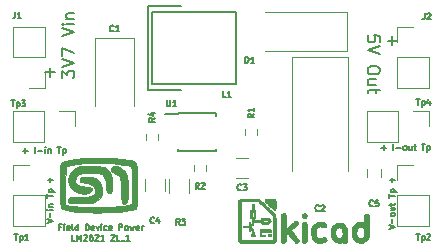
<source format=gbr>
G04 #@! TF.FileFunction,Legend,Top*
%FSLAX46Y46*%
G04 Gerber Fmt 4.6, Leading zero omitted, Abs format (unit mm)*
G04 Created by KiCad (PCBNEW 4.0.7) date 11/01/17 14:12:36*
%MOMM*%
%LPD*%
G01*
G04 APERTURE LIST*
%ADD10C,0.076200*%
%ADD11C,0.152400*%
%ADD12C,0.127000*%
%ADD13C,0.100000*%
%ADD14C,0.150000*%
%ADD15C,0.120000*%
G04 APERTURE END LIST*
D10*
D11*
X195075629Y-99047905D02*
X195075629Y-99822000D01*
X194688581Y-99434952D02*
X195462676Y-99434952D01*
X194028181Y-99531714D02*
X194028181Y-99047905D01*
X193544371Y-98999524D01*
X193592752Y-99047905D01*
X193641133Y-99144667D01*
X193641133Y-99386571D01*
X193592752Y-99483333D01*
X193544371Y-99531714D01*
X193447610Y-99580095D01*
X193205705Y-99580095D01*
X193108943Y-99531714D01*
X193060562Y-99483333D01*
X193012181Y-99386571D01*
X193012181Y-99144667D01*
X193060562Y-99047905D01*
X193108943Y-98999524D01*
X194028181Y-99870381D02*
X193012181Y-100209048D01*
X194028181Y-100547714D01*
X194028181Y-101854000D02*
X194028181Y-102047523D01*
X193979800Y-102144285D01*
X193883038Y-102241047D01*
X193689514Y-102289428D01*
X193350848Y-102289428D01*
X193157324Y-102241047D01*
X193060562Y-102144285D01*
X193012181Y-102047523D01*
X193012181Y-101854000D01*
X193060562Y-101757238D01*
X193157324Y-101660476D01*
X193350848Y-101612095D01*
X193689514Y-101612095D01*
X193883038Y-101660476D01*
X193979800Y-101757238D01*
X194028181Y-101854000D01*
X193689514Y-103160285D02*
X193012181Y-103160285D01*
X193689514Y-102724857D02*
X193157324Y-102724857D01*
X193060562Y-102773238D01*
X193012181Y-102870000D01*
X193012181Y-103015142D01*
X193060562Y-103111904D01*
X193108943Y-103160285D01*
X193689514Y-103498952D02*
X193689514Y-103886000D01*
X194028181Y-103644095D02*
X193157324Y-103644095D01*
X193060562Y-103692476D01*
X193012181Y-103789238D01*
X193012181Y-103886000D01*
X166112371Y-102501095D02*
X166112371Y-101727000D01*
X166499419Y-102114048D02*
X165725324Y-102114048D01*
X167159819Y-102597857D02*
X167159819Y-101968905D01*
X167546867Y-102307571D01*
X167546867Y-102162429D01*
X167595248Y-102065667D01*
X167643629Y-102017286D01*
X167740390Y-101968905D01*
X167982295Y-101968905D01*
X168079057Y-102017286D01*
X168127438Y-102065667D01*
X168175819Y-102162429D01*
X168175819Y-102452714D01*
X168127438Y-102549476D01*
X168079057Y-102597857D01*
X167159819Y-101678619D02*
X168175819Y-101339952D01*
X167159819Y-101001286D01*
X167159819Y-100759381D02*
X167159819Y-100082048D01*
X168175819Y-100517476D01*
X167159819Y-99066048D02*
X168175819Y-98727381D01*
X167159819Y-98388715D01*
X168175819Y-98050048D02*
X167498486Y-98050048D01*
X167159819Y-98050048D02*
X167208200Y-98098429D01*
X167256581Y-98050048D01*
X167208200Y-98001667D01*
X167159819Y-98050048D01*
X167256581Y-98050048D01*
X167498486Y-97566238D02*
X168175819Y-97566238D01*
X167595248Y-97566238D02*
X167546867Y-97517857D01*
X167498486Y-97421095D01*
X167498486Y-97275953D01*
X167546867Y-97179191D01*
X167643629Y-97130810D01*
X168175819Y-97130810D01*
D12*
X167071523Y-115216214D02*
X166902189Y-115216214D01*
X166902189Y-115482310D02*
X166902189Y-114974310D01*
X167144094Y-114974310D01*
X167337618Y-115482310D02*
X167337618Y-115143643D01*
X167337618Y-114974310D02*
X167313428Y-114998500D01*
X167337618Y-115022690D01*
X167361809Y-114998500D01*
X167337618Y-114974310D01*
X167337618Y-115022690D01*
X167773047Y-115458119D02*
X167724666Y-115482310D01*
X167627904Y-115482310D01*
X167579523Y-115458119D01*
X167555333Y-115409738D01*
X167555333Y-115216214D01*
X167579523Y-115167833D01*
X167627904Y-115143643D01*
X167724666Y-115143643D01*
X167773047Y-115167833D01*
X167797238Y-115216214D01*
X167797238Y-115264595D01*
X167555333Y-115312976D01*
X168087524Y-115482310D02*
X168039143Y-115458119D01*
X168014952Y-115409738D01*
X168014952Y-114974310D01*
X168498762Y-115482310D02*
X168498762Y-114974310D01*
X168498762Y-115458119D02*
X168450381Y-115482310D01*
X168353619Y-115482310D01*
X168305238Y-115458119D01*
X168281047Y-115433929D01*
X168256857Y-115385548D01*
X168256857Y-115240405D01*
X168281047Y-115192024D01*
X168305238Y-115167833D01*
X168353619Y-115143643D01*
X168450381Y-115143643D01*
X168498762Y-115167833D01*
X169127714Y-115482310D02*
X169127714Y-114974310D01*
X169248667Y-114974310D01*
X169321238Y-114998500D01*
X169369619Y-115046881D01*
X169393810Y-115095262D01*
X169418000Y-115192024D01*
X169418000Y-115264595D01*
X169393810Y-115361357D01*
X169369619Y-115409738D01*
X169321238Y-115458119D01*
X169248667Y-115482310D01*
X169127714Y-115482310D01*
X169829238Y-115458119D02*
X169780857Y-115482310D01*
X169684095Y-115482310D01*
X169635714Y-115458119D01*
X169611524Y-115409738D01*
X169611524Y-115216214D01*
X169635714Y-115167833D01*
X169684095Y-115143643D01*
X169780857Y-115143643D01*
X169829238Y-115167833D01*
X169853429Y-115216214D01*
X169853429Y-115264595D01*
X169611524Y-115312976D01*
X170022762Y-115143643D02*
X170143715Y-115482310D01*
X170264667Y-115143643D01*
X170458191Y-115482310D02*
X170458191Y-115143643D01*
X170458191Y-114974310D02*
X170434001Y-114998500D01*
X170458191Y-115022690D01*
X170482382Y-114998500D01*
X170458191Y-114974310D01*
X170458191Y-115022690D01*
X170917811Y-115458119D02*
X170869430Y-115482310D01*
X170772668Y-115482310D01*
X170724287Y-115458119D01*
X170700096Y-115433929D01*
X170675906Y-115385548D01*
X170675906Y-115240405D01*
X170700096Y-115192024D01*
X170724287Y-115167833D01*
X170772668Y-115143643D01*
X170869430Y-115143643D01*
X170917811Y-115167833D01*
X171329049Y-115458119D02*
X171280668Y-115482310D01*
X171183906Y-115482310D01*
X171135525Y-115458119D01*
X171111335Y-115409738D01*
X171111335Y-115216214D01*
X171135525Y-115167833D01*
X171183906Y-115143643D01*
X171280668Y-115143643D01*
X171329049Y-115167833D01*
X171353240Y-115216214D01*
X171353240Y-115264595D01*
X171111335Y-115312976D01*
X171958002Y-115482310D02*
X171958002Y-114974310D01*
X172151526Y-114974310D01*
X172199907Y-114998500D01*
X172224098Y-115022690D01*
X172248288Y-115071071D01*
X172248288Y-115143643D01*
X172224098Y-115192024D01*
X172199907Y-115216214D01*
X172151526Y-115240405D01*
X171958002Y-115240405D01*
X172538574Y-115482310D02*
X172490193Y-115458119D01*
X172466002Y-115433929D01*
X172441812Y-115385548D01*
X172441812Y-115240405D01*
X172466002Y-115192024D01*
X172490193Y-115167833D01*
X172538574Y-115143643D01*
X172611145Y-115143643D01*
X172659526Y-115167833D01*
X172683717Y-115192024D01*
X172707907Y-115240405D01*
X172707907Y-115385548D01*
X172683717Y-115433929D01*
X172659526Y-115458119D01*
X172611145Y-115482310D01*
X172538574Y-115482310D01*
X172877240Y-115143643D02*
X172974002Y-115482310D01*
X173070764Y-115240405D01*
X173167526Y-115482310D01*
X173264288Y-115143643D01*
X173651335Y-115458119D02*
X173602954Y-115482310D01*
X173506192Y-115482310D01*
X173457811Y-115458119D01*
X173433621Y-115409738D01*
X173433621Y-115216214D01*
X173457811Y-115167833D01*
X173506192Y-115143643D01*
X173602954Y-115143643D01*
X173651335Y-115167833D01*
X173675526Y-115216214D01*
X173675526Y-115264595D01*
X173433621Y-115312976D01*
X173893240Y-115482310D02*
X173893240Y-115143643D01*
X173893240Y-115240405D02*
X173917431Y-115192024D01*
X173941621Y-115167833D01*
X173990002Y-115143643D01*
X174038383Y-115143643D01*
X168256856Y-116371310D02*
X168014951Y-116371310D01*
X168014951Y-115863310D01*
X168426189Y-116371310D02*
X168426189Y-115863310D01*
X168595523Y-116226167D01*
X168764856Y-115863310D01*
X168764856Y-116371310D01*
X168982570Y-115911690D02*
X169006760Y-115887500D01*
X169055141Y-115863310D01*
X169176094Y-115863310D01*
X169224475Y-115887500D01*
X169248665Y-115911690D01*
X169272856Y-115960071D01*
X169272856Y-116008452D01*
X169248665Y-116081024D01*
X168958379Y-116371310D01*
X169272856Y-116371310D01*
X169708285Y-115863310D02*
X169611523Y-115863310D01*
X169563142Y-115887500D01*
X169538951Y-115911690D01*
X169490570Y-115984262D01*
X169466380Y-116081024D01*
X169466380Y-116274548D01*
X169490570Y-116322929D01*
X169514761Y-116347119D01*
X169563142Y-116371310D01*
X169659904Y-116371310D01*
X169708285Y-116347119D01*
X169732475Y-116322929D01*
X169756666Y-116274548D01*
X169756666Y-116153595D01*
X169732475Y-116105214D01*
X169708285Y-116081024D01*
X169659904Y-116056833D01*
X169563142Y-116056833D01*
X169514761Y-116081024D01*
X169490570Y-116105214D01*
X169466380Y-116153595D01*
X169950190Y-115911690D02*
X169974380Y-115887500D01*
X170022761Y-115863310D01*
X170143714Y-115863310D01*
X170192095Y-115887500D01*
X170216285Y-115911690D01*
X170240476Y-115960071D01*
X170240476Y-116008452D01*
X170216285Y-116081024D01*
X169925999Y-116371310D01*
X170240476Y-116371310D01*
X170724286Y-116371310D02*
X170434000Y-116371310D01*
X170579143Y-116371310D02*
X170579143Y-115863310D01*
X170530762Y-115935881D01*
X170482381Y-115984262D01*
X170434000Y-116008452D01*
X171304858Y-115911690D02*
X171329048Y-115887500D01*
X171377429Y-115863310D01*
X171498382Y-115863310D01*
X171546763Y-115887500D01*
X171570953Y-115911690D01*
X171595144Y-115960071D01*
X171595144Y-116008452D01*
X171570953Y-116081024D01*
X171280667Y-116371310D01*
X171595144Y-116371310D01*
X172054763Y-116371310D02*
X171812858Y-116371310D01*
X171812858Y-115863310D01*
X172103144Y-116419690D02*
X172490192Y-116419690D01*
X172877240Y-116371310D02*
X172586954Y-116371310D01*
X172732097Y-116371310D02*
X172732097Y-115863310D01*
X172683716Y-115935881D01*
X172635335Y-115984262D01*
X172586954Y-116008452D01*
X194176952Y-108494286D02*
X194564000Y-108494286D01*
X194370476Y-108687810D02*
X194370476Y-108300762D01*
X195192952Y-108687810D02*
X195192952Y-108179810D01*
X195434857Y-108494286D02*
X195821905Y-108494286D01*
X196136381Y-108687810D02*
X196088000Y-108663619D01*
X196063809Y-108639429D01*
X196039619Y-108591048D01*
X196039619Y-108445905D01*
X196063809Y-108397524D01*
X196088000Y-108373333D01*
X196136381Y-108349143D01*
X196208952Y-108349143D01*
X196257333Y-108373333D01*
X196281524Y-108397524D01*
X196305714Y-108445905D01*
X196305714Y-108591048D01*
X196281524Y-108639429D01*
X196257333Y-108663619D01*
X196208952Y-108687810D01*
X196136381Y-108687810D01*
X196741143Y-108349143D02*
X196741143Y-108687810D01*
X196523428Y-108349143D02*
X196523428Y-108615238D01*
X196547619Y-108663619D01*
X196596000Y-108687810D01*
X196668571Y-108687810D01*
X196716952Y-108663619D01*
X196741143Y-108639429D01*
X196910476Y-108349143D02*
X197104000Y-108349143D01*
X196983047Y-108179810D02*
X196983047Y-108615238D01*
X197007238Y-108663619D01*
X197055619Y-108687810D01*
X197104000Y-108687810D01*
X197587810Y-108179810D02*
X197878096Y-108179810D01*
X197732953Y-108687810D02*
X197732953Y-108179810D01*
X198047429Y-108349143D02*
X198047429Y-108857143D01*
X198047429Y-108373333D02*
X198095810Y-108349143D01*
X198192572Y-108349143D01*
X198240953Y-108373333D01*
X198265144Y-108397524D01*
X198289334Y-108445905D01*
X198289334Y-108591048D01*
X198265144Y-108639429D01*
X198240953Y-108663619D01*
X198192572Y-108687810D01*
X198095810Y-108687810D01*
X198047429Y-108663619D01*
X194793810Y-115394619D02*
X195301810Y-115225286D01*
X194793810Y-115055952D01*
X195108286Y-114886619D02*
X195108286Y-114499571D01*
X195301810Y-114185095D02*
X195277619Y-114233476D01*
X195253429Y-114257667D01*
X195205048Y-114281857D01*
X195059905Y-114281857D01*
X195011524Y-114257667D01*
X194987333Y-114233476D01*
X194963143Y-114185095D01*
X194963143Y-114112524D01*
X194987333Y-114064143D01*
X195011524Y-114039952D01*
X195059905Y-114015762D01*
X195205048Y-114015762D01*
X195253429Y-114039952D01*
X195277619Y-114064143D01*
X195301810Y-114112524D01*
X195301810Y-114185095D01*
X194963143Y-113580333D02*
X195301810Y-113580333D01*
X194963143Y-113798048D02*
X195229238Y-113798048D01*
X195277619Y-113773857D01*
X195301810Y-113725476D01*
X195301810Y-113652905D01*
X195277619Y-113604524D01*
X195253429Y-113580333D01*
X194963143Y-113411000D02*
X194963143Y-113217476D01*
X194793810Y-113338429D02*
X195229238Y-113338429D01*
X195277619Y-113314238D01*
X195301810Y-113265857D01*
X195301810Y-113217476D01*
X194793810Y-112733666D02*
X194793810Y-112443380D01*
X195301810Y-112588523D02*
X194793810Y-112588523D01*
X194963143Y-112274047D02*
X195471143Y-112274047D01*
X194987333Y-112274047D02*
X194963143Y-112225666D01*
X194963143Y-112128904D01*
X194987333Y-112080523D01*
X195011524Y-112056332D01*
X195059905Y-112032142D01*
X195205048Y-112032142D01*
X195253429Y-112056332D01*
X195277619Y-112080523D01*
X195301810Y-112128904D01*
X195301810Y-112225666D01*
X195277619Y-112274047D01*
X195108286Y-111427380D02*
X195108286Y-111040332D01*
X195301810Y-111233856D02*
X194914762Y-111233856D01*
X163823952Y-108748286D02*
X164211000Y-108748286D01*
X164017476Y-108941810D02*
X164017476Y-108554762D01*
X164839952Y-108941810D02*
X164839952Y-108433810D01*
X165081857Y-108748286D02*
X165468905Y-108748286D01*
X165710809Y-108941810D02*
X165710809Y-108603143D01*
X165710809Y-108433810D02*
X165686619Y-108458000D01*
X165710809Y-108482190D01*
X165735000Y-108458000D01*
X165710809Y-108433810D01*
X165710809Y-108482190D01*
X165952714Y-108603143D02*
X165952714Y-108941810D01*
X165952714Y-108651524D02*
X165976905Y-108627333D01*
X166025286Y-108603143D01*
X166097857Y-108603143D01*
X166146238Y-108627333D01*
X166170429Y-108675714D01*
X166170429Y-108941810D01*
X166726810Y-108433810D02*
X167017096Y-108433810D01*
X166871953Y-108941810D02*
X166871953Y-108433810D01*
X167186429Y-108603143D02*
X167186429Y-109111143D01*
X167186429Y-108627333D02*
X167234810Y-108603143D01*
X167331572Y-108603143D01*
X167379953Y-108627333D01*
X167404144Y-108651524D01*
X167428334Y-108699905D01*
X167428334Y-108845048D01*
X167404144Y-108893429D01*
X167379953Y-108917619D01*
X167331572Y-108941810D01*
X167234810Y-108941810D01*
X167186429Y-108917619D01*
X165837810Y-114886619D02*
X166345810Y-114717286D01*
X165837810Y-114547952D01*
X166152286Y-114378619D02*
X166152286Y-113991571D01*
X166345810Y-113749667D02*
X166007143Y-113749667D01*
X165837810Y-113749667D02*
X165862000Y-113773857D01*
X165886190Y-113749667D01*
X165862000Y-113725476D01*
X165837810Y-113749667D01*
X165886190Y-113749667D01*
X166007143Y-113507762D02*
X166345810Y-113507762D01*
X166055524Y-113507762D02*
X166031333Y-113483571D01*
X166007143Y-113435190D01*
X166007143Y-113362619D01*
X166031333Y-113314238D01*
X166079714Y-113290047D01*
X166345810Y-113290047D01*
X165837810Y-112733666D02*
X165837810Y-112443380D01*
X166345810Y-112588523D02*
X165837810Y-112588523D01*
X166007143Y-112274047D02*
X166515143Y-112274047D01*
X166031333Y-112274047D02*
X166007143Y-112225666D01*
X166007143Y-112128904D01*
X166031333Y-112080523D01*
X166055524Y-112056332D01*
X166103905Y-112032142D01*
X166249048Y-112032142D01*
X166297429Y-112056332D01*
X166321619Y-112080523D01*
X166345810Y-112128904D01*
X166345810Y-112225666D01*
X166321619Y-112274047D01*
X166152286Y-111427380D02*
X166152286Y-111040332D01*
X166345810Y-111233856D02*
X165958762Y-111233856D01*
D13*
G36*
X173484378Y-110889418D02*
X173482238Y-111483076D01*
X173482000Y-111667945D01*
X173480032Y-112308217D01*
X173473365Y-112798453D01*
X173460856Y-113157914D01*
X173441361Y-113405861D01*
X173413735Y-113561554D01*
X173376835Y-113644252D01*
X173363831Y-113657670D01*
X173196596Y-113729142D01*
X173058667Y-113759474D01*
X173058667Y-113305748D01*
X173058667Y-111712371D01*
X173054611Y-111191909D01*
X173043250Y-110742332D01*
X173025795Y-110388665D01*
X173003453Y-110155937D01*
X172979275Y-110069926D01*
X172867827Y-110039092D01*
X172625552Y-109992619D01*
X172289493Y-109937095D01*
X171942108Y-109885485D01*
X171313640Y-109823536D01*
X170586051Y-109795245D01*
X169816137Y-109799497D01*
X169060692Y-109835179D01*
X168376514Y-109901176D01*
X167978667Y-109963237D01*
X167428333Y-110067859D01*
X167405366Y-111689143D01*
X167382399Y-113310426D01*
X167955699Y-113401198D01*
X168291613Y-113453928D01*
X168596424Y-113501002D01*
X168783000Y-113529091D01*
X169023169Y-113546739D01*
X169394525Y-113553161D01*
X169859383Y-113549617D01*
X170380057Y-113537364D01*
X170918862Y-113517660D01*
X171438112Y-113491761D01*
X171900122Y-113460926D01*
X172267206Y-113426412D01*
X172402500Y-113408306D01*
X173058667Y-113305748D01*
X173058667Y-113759474D01*
X172887275Y-113797166D01*
X172463113Y-113859037D01*
X171951356Y-113912051D01*
X171379249Y-113953504D01*
X170774039Y-113980692D01*
X170162969Y-113990910D01*
X170010667Y-113990483D01*
X169525669Y-113985260D01*
X169086889Y-113977201D01*
X168728154Y-113967183D01*
X168483292Y-113956080D01*
X168402000Y-113948816D01*
X167895428Y-113865236D01*
X167487639Y-113782708D01*
X167202462Y-113706632D01*
X167068500Y-113646674D01*
X167031465Y-113568849D01*
X167003306Y-113393790D01*
X166983198Y-113106075D01*
X166970317Y-112690284D01*
X166963837Y-112130996D01*
X166962667Y-111667945D01*
X166963618Y-111051599D01*
X166967577Y-110583164D01*
X166976200Y-110241224D01*
X166991144Y-110004362D01*
X167014066Y-109851160D01*
X167046622Y-109760203D01*
X167090468Y-109710073D01*
X167115312Y-109694597D01*
X167381200Y-109601179D01*
X167786761Y-109521175D01*
X168302773Y-109455830D01*
X168900015Y-109406389D01*
X169549264Y-109374099D01*
X170221298Y-109360204D01*
X170886896Y-109365950D01*
X171516834Y-109392582D01*
X172081891Y-109441346D01*
X172320193Y-109472783D01*
X172685658Y-109524423D01*
X172965762Y-109569352D01*
X173171766Y-109628847D01*
X173314929Y-109724182D01*
X173406512Y-109876632D01*
X173457775Y-110107471D01*
X173479977Y-110437975D01*
X173484378Y-110889418D01*
X173484378Y-110889418D01*
X173484378Y-110889418D01*
G37*
X173484378Y-110889418D02*
X173482238Y-111483076D01*
X173482000Y-111667945D01*
X173480032Y-112308217D01*
X173473365Y-112798453D01*
X173460856Y-113157914D01*
X173441361Y-113405861D01*
X173413735Y-113561554D01*
X173376835Y-113644252D01*
X173363831Y-113657670D01*
X173196596Y-113729142D01*
X173058667Y-113759474D01*
X173058667Y-113305748D01*
X173058667Y-111712371D01*
X173054611Y-111191909D01*
X173043250Y-110742332D01*
X173025795Y-110388665D01*
X173003453Y-110155937D01*
X172979275Y-110069926D01*
X172867827Y-110039092D01*
X172625552Y-109992619D01*
X172289493Y-109937095D01*
X171942108Y-109885485D01*
X171313640Y-109823536D01*
X170586051Y-109795245D01*
X169816137Y-109799497D01*
X169060692Y-109835179D01*
X168376514Y-109901176D01*
X167978667Y-109963237D01*
X167428333Y-110067859D01*
X167405366Y-111689143D01*
X167382399Y-113310426D01*
X167955699Y-113401198D01*
X168291613Y-113453928D01*
X168596424Y-113501002D01*
X168783000Y-113529091D01*
X169023169Y-113546739D01*
X169394525Y-113553161D01*
X169859383Y-113549617D01*
X170380057Y-113537364D01*
X170918862Y-113517660D01*
X171438112Y-113491761D01*
X171900122Y-113460926D01*
X172267206Y-113426412D01*
X172402500Y-113408306D01*
X173058667Y-113305748D01*
X173058667Y-113759474D01*
X172887275Y-113797166D01*
X172463113Y-113859037D01*
X171951356Y-113912051D01*
X171379249Y-113953504D01*
X170774039Y-113980692D01*
X170162969Y-113990910D01*
X170010667Y-113990483D01*
X169525669Y-113985260D01*
X169086889Y-113977201D01*
X168728154Y-113967183D01*
X168483292Y-113956080D01*
X168402000Y-113948816D01*
X167895428Y-113865236D01*
X167487639Y-113782708D01*
X167202462Y-113706632D01*
X167068500Y-113646674D01*
X167031465Y-113568849D01*
X167003306Y-113393790D01*
X166983198Y-113106075D01*
X166970317Y-112690284D01*
X166963837Y-112130996D01*
X166962667Y-111667945D01*
X166963618Y-111051599D01*
X166967577Y-110583164D01*
X166976200Y-110241224D01*
X166991144Y-110004362D01*
X167014066Y-109851160D01*
X167046622Y-109760203D01*
X167090468Y-109710073D01*
X167115312Y-109694597D01*
X167381200Y-109601179D01*
X167786761Y-109521175D01*
X168302773Y-109455830D01*
X168900015Y-109406389D01*
X169549264Y-109374099D01*
X170221298Y-109360204D01*
X170886896Y-109365950D01*
X171516834Y-109392582D01*
X172081891Y-109441346D01*
X172320193Y-109472783D01*
X172685658Y-109524423D01*
X172965762Y-109569352D01*
X173171766Y-109628847D01*
X173314929Y-109724182D01*
X173406512Y-109876632D01*
X173457775Y-110107471D01*
X173479977Y-110437975D01*
X173484378Y-110889418D01*
X173484378Y-110889418D01*
G36*
X170522670Y-112034396D02*
X170475189Y-112417950D01*
X170310447Y-112767481D01*
X170036161Y-113036811D01*
X169894903Y-113110168D01*
X169706567Y-113160105D01*
X169435715Y-113191878D01*
X169046911Y-113210742D01*
X168825333Y-113216393D01*
X168428939Y-113220691D01*
X168090647Y-113216729D01*
X167848870Y-113205450D01*
X167745833Y-113189953D01*
X167656971Y-113072885D01*
X167648884Y-112894760D01*
X167716694Y-112740596D01*
X167773925Y-112700391D01*
X167912727Y-112678378D01*
X168176799Y-112661077D01*
X168522093Y-112650813D01*
X168747591Y-112649000D01*
X169229135Y-112633429D01*
X169565671Y-112579481D01*
X169779272Y-112476299D01*
X169892013Y-112313028D01*
X169925967Y-112078811D01*
X169926000Y-112069455D01*
X169859502Y-111805492D01*
X169654858Y-111618644D01*
X169304342Y-111503320D01*
X169102924Y-111473904D01*
X168827361Y-111438063D01*
X168680693Y-111392056D01*
X168622873Y-111314255D01*
X168613667Y-111209666D01*
X168624631Y-111095268D01*
X168682964Y-111028955D01*
X168826824Y-110994166D01*
X169094369Y-110974341D01*
X169164000Y-110970817D01*
X169580280Y-110974844D01*
X169879980Y-111039245D01*
X169974279Y-111081786D01*
X170270942Y-111326094D01*
X170454163Y-111657037D01*
X170522670Y-112034396D01*
X170522670Y-112034396D01*
X170522670Y-112034396D01*
G37*
X170522670Y-112034396D02*
X170475189Y-112417950D01*
X170310447Y-112767481D01*
X170036161Y-113036811D01*
X169894903Y-113110168D01*
X169706567Y-113160105D01*
X169435715Y-113191878D01*
X169046911Y-113210742D01*
X168825333Y-113216393D01*
X168428939Y-113220691D01*
X168090647Y-113216729D01*
X167848870Y-113205450D01*
X167745833Y-113189953D01*
X167656971Y-113072885D01*
X167648884Y-112894760D01*
X167716694Y-112740596D01*
X167773925Y-112700391D01*
X167912727Y-112678378D01*
X168176799Y-112661077D01*
X168522093Y-112650813D01*
X168747591Y-112649000D01*
X169229135Y-112633429D01*
X169565671Y-112579481D01*
X169779272Y-112476299D01*
X169892013Y-112313028D01*
X169925967Y-112078811D01*
X169926000Y-112069455D01*
X169859502Y-111805492D01*
X169654858Y-111618644D01*
X169304342Y-111503320D01*
X169102924Y-111473904D01*
X168827361Y-111438063D01*
X168680693Y-111392056D01*
X168622873Y-111314255D01*
X168613667Y-111209666D01*
X168624631Y-111095268D01*
X168682964Y-111028955D01*
X168826824Y-110994166D01*
X169094369Y-110974341D01*
X169164000Y-110970817D01*
X169580280Y-110974844D01*
X169879980Y-111039245D01*
X169974279Y-111081786D01*
X170270942Y-111326094D01*
X170454163Y-111657037D01*
X170522670Y-112034396D01*
X170522670Y-112034396D01*
G36*
X172719068Y-112125399D02*
X172699138Y-112648157D01*
X172638339Y-113011069D01*
X172537294Y-113212846D01*
X172396624Y-113252203D01*
X172228933Y-113140066D01*
X172175682Y-112994488D01*
X172141686Y-112687882D01*
X172127676Y-112227537D01*
X172127333Y-112128050D01*
X172118764Y-111730735D01*
X172095630Y-111378407D01*
X172061790Y-111116877D01*
X172033241Y-111011124D01*
X171889675Y-110841654D01*
X171655328Y-110694565D01*
X171609908Y-110675284D01*
X171388838Y-110564786D01*
X171294007Y-110438972D01*
X171280667Y-110333685D01*
X171344639Y-110157243D01*
X171512569Y-110073667D01*
X171748475Y-110080481D01*
X172016374Y-110175205D01*
X172280284Y-110355361D01*
X172334278Y-110406255D01*
X172485560Y-110582985D01*
X172592216Y-110782797D01*
X172661517Y-111038186D01*
X172700737Y-111381649D01*
X172717149Y-111845682D01*
X172719068Y-112125399D01*
X172719068Y-112125399D01*
X172719068Y-112125399D01*
G37*
X172719068Y-112125399D02*
X172699138Y-112648157D01*
X172638339Y-113011069D01*
X172537294Y-113212846D01*
X172396624Y-113252203D01*
X172228933Y-113140066D01*
X172175682Y-112994488D01*
X172141686Y-112687882D01*
X172127676Y-112227537D01*
X172127333Y-112128050D01*
X172118764Y-111730735D01*
X172095630Y-111378407D01*
X172061790Y-111116877D01*
X172033241Y-111011124D01*
X171889675Y-110841654D01*
X171655328Y-110694565D01*
X171609908Y-110675284D01*
X171388838Y-110564786D01*
X171294007Y-110438972D01*
X171280667Y-110333685D01*
X171344639Y-110157243D01*
X171512569Y-110073667D01*
X171748475Y-110080481D01*
X172016374Y-110175205D01*
X172280284Y-110355361D01*
X172334278Y-110406255D01*
X172485560Y-110582985D01*
X172592216Y-110782797D01*
X172661517Y-111038186D01*
X172700737Y-111381649D01*
X172717149Y-111845682D01*
X172719068Y-112125399D01*
X172719068Y-112125399D01*
G36*
X171375199Y-111759520D02*
X171351174Y-112056519D01*
X171299217Y-112266327D01*
X171238333Y-112340951D01*
X171046305Y-112371023D01*
X170925857Y-112274621D01*
X170867111Y-112037874D01*
X170857333Y-111805909D01*
X170822254Y-111310412D01*
X170714985Y-110960937D01*
X170532479Y-110748931D01*
X170468135Y-110713336D01*
X170290694Y-110670401D01*
X169995586Y-110637319D01*
X169634408Y-110619058D01*
X169467767Y-110617000D01*
X169076142Y-110622548D01*
X168811346Y-110644080D01*
X168631098Y-110688927D01*
X168493114Y-110764422D01*
X168455751Y-110792478D01*
X168276754Y-111021739D01*
X168239202Y-111284950D01*
X168346386Y-111531950D01*
X168403312Y-111591854D01*
X168626206Y-111706454D01*
X168975642Y-111777508D01*
X169059479Y-111785644D01*
X169423848Y-111842077D01*
X169624648Y-111939606D01*
X169662808Y-112079155D01*
X169539257Y-112261647D01*
X169538952Y-112261952D01*
X169341853Y-112359949D01*
X169019223Y-112377715D01*
X168559121Y-112315860D01*
X168542751Y-112312719D01*
X168163002Y-112166080D01*
X167884556Y-111914501D01*
X167711496Y-111591686D01*
X167647901Y-111231335D01*
X167697854Y-110867151D01*
X167865435Y-110532837D01*
X168154726Y-110262094D01*
X168285528Y-110188569D01*
X168468860Y-110109187D01*
X168652289Y-110058824D01*
X168877337Y-110032875D01*
X169185528Y-110026734D01*
X169618384Y-110035796D01*
X169653491Y-110036852D01*
X170146486Y-110059266D01*
X170504435Y-110099823D01*
X170761523Y-110170716D01*
X170951932Y-110284137D01*
X171109845Y-110452277D01*
X171207625Y-110591171D01*
X171287505Y-110791154D01*
X171342582Y-111082259D01*
X171372074Y-111419907D01*
X171375199Y-111759520D01*
X171375199Y-111759520D01*
X171375199Y-111759520D01*
G37*
X171375199Y-111759520D02*
X171351174Y-112056519D01*
X171299217Y-112266327D01*
X171238333Y-112340951D01*
X171046305Y-112371023D01*
X170925857Y-112274621D01*
X170867111Y-112037874D01*
X170857333Y-111805909D01*
X170822254Y-111310412D01*
X170714985Y-110960937D01*
X170532479Y-110748931D01*
X170468135Y-110713336D01*
X170290694Y-110670401D01*
X169995586Y-110637319D01*
X169634408Y-110619058D01*
X169467767Y-110617000D01*
X169076142Y-110622548D01*
X168811346Y-110644080D01*
X168631098Y-110688927D01*
X168493114Y-110764422D01*
X168455751Y-110792478D01*
X168276754Y-111021739D01*
X168239202Y-111284950D01*
X168346386Y-111531950D01*
X168403312Y-111591854D01*
X168626206Y-111706454D01*
X168975642Y-111777508D01*
X169059479Y-111785644D01*
X169423848Y-111842077D01*
X169624648Y-111939606D01*
X169662808Y-112079155D01*
X169539257Y-112261647D01*
X169538952Y-112261952D01*
X169341853Y-112359949D01*
X169019223Y-112377715D01*
X168559121Y-112315860D01*
X168542751Y-112312719D01*
X168163002Y-112166080D01*
X167884556Y-111914501D01*
X167711496Y-111591686D01*
X167647901Y-111231335D01*
X167697854Y-110867151D01*
X167865435Y-110532837D01*
X168154726Y-110262094D01*
X168285528Y-110188569D01*
X168468860Y-110109187D01*
X168652289Y-110058824D01*
X168877337Y-110032875D01*
X169185528Y-110026734D01*
X169618384Y-110035796D01*
X169653491Y-110036852D01*
X170146486Y-110059266D01*
X170504435Y-110099823D01*
X170761523Y-110170716D01*
X170951932Y-110284137D01*
X171109845Y-110452277D01*
X171207625Y-110591171D01*
X171287505Y-110791154D01*
X171342582Y-111082259D01*
X171372074Y-111419907D01*
X171375199Y-111759520D01*
X171375199Y-111759520D01*
D14*
X176937000Y-105563000D02*
X176937000Y-105688000D01*
X180187000Y-105563000D02*
X180187000Y-105788000D01*
X180187000Y-108813000D02*
X180187000Y-108588000D01*
X176937000Y-108813000D02*
X176937000Y-108588000D01*
X176937000Y-105563000D02*
X180187000Y-105563000D01*
X176937000Y-108813000D02*
X180187000Y-108813000D01*
X176937000Y-105688000D02*
X175862000Y-105688000D01*
D15*
X182872000Y-109386000D02*
X181872000Y-109386000D01*
X181872000Y-111086000D02*
X182872000Y-111086000D01*
X174156000Y-111133000D02*
X174156000Y-112133000D01*
X175856000Y-112133000D02*
X175856000Y-111133000D01*
X192948000Y-110967000D02*
X192948000Y-110267000D01*
X194148000Y-110267000D02*
X194148000Y-110967000D01*
X191217000Y-100329000D02*
X191217000Y-97029000D01*
X191217000Y-97029000D02*
X184317000Y-97029000D01*
X191217000Y-100329000D02*
X184317000Y-100329000D01*
X182604000Y-106938000D02*
X182604000Y-107438000D01*
X183664000Y-107438000D02*
X183664000Y-106938000D01*
X179346000Y-110486000D02*
X179346000Y-109986000D01*
X178286000Y-109986000D02*
X178286000Y-110486000D01*
X177918000Y-111160000D02*
X177918000Y-112360000D01*
X176158000Y-112360000D02*
X176158000Y-111160000D01*
X175282000Y-107819000D02*
X175282000Y-107319000D01*
X174222000Y-107319000D02*
X174222000Y-107819000D01*
X165668000Y-98238000D02*
X163008000Y-98238000D01*
X165668000Y-100838000D02*
X165668000Y-98238000D01*
X163008000Y-100838000D02*
X163008000Y-98238000D01*
X165668000Y-100838000D02*
X163008000Y-100838000D01*
X165668000Y-102108000D02*
X165668000Y-103438000D01*
X165668000Y-103438000D02*
X164338000Y-103438000D01*
X195520000Y-103438000D02*
X198180000Y-103438000D01*
X195520000Y-100838000D02*
X195520000Y-103438000D01*
X198180000Y-100838000D02*
X198180000Y-103438000D01*
X195520000Y-100838000D02*
X198180000Y-100838000D01*
X195520000Y-99568000D02*
X195520000Y-98238000D01*
X195520000Y-98238000D02*
X196850000Y-98238000D01*
X173227000Y-99192000D02*
X173227000Y-104992000D01*
X169927000Y-99192000D02*
X169927000Y-104992000D01*
X173227000Y-99192000D02*
X169927000Y-99192000D01*
X191376000Y-100857000D02*
X191376000Y-110457000D01*
X186576000Y-100857000D02*
X186576000Y-110457000D01*
X191376000Y-100857000D02*
X186576000Y-100857000D01*
D14*
X177165000Y-96520000D02*
X174371000Y-96520000D01*
X174371000Y-96520000D02*
X174371000Y-103632000D01*
X174371000Y-103632000D02*
X177165000Y-103632000D01*
X174752000Y-97028000D02*
X181864000Y-97028000D01*
X181864000Y-97028000D02*
X181864000Y-103124000D01*
X181864000Y-103124000D02*
X174752000Y-103124000D01*
X174752000Y-103124000D02*
X174752000Y-97028000D01*
D15*
X163008000Y-115122000D02*
X165668000Y-115122000D01*
X163008000Y-112522000D02*
X163008000Y-115122000D01*
X165668000Y-112522000D02*
X165668000Y-115122000D01*
X163008000Y-112522000D02*
X165668000Y-112522000D01*
X163008000Y-111252000D02*
X163008000Y-109922000D01*
X163008000Y-109922000D02*
X164338000Y-109922000D01*
X195520000Y-115122000D02*
X198180000Y-115122000D01*
X195520000Y-112522000D02*
X195520000Y-115122000D01*
X198180000Y-112522000D02*
X198180000Y-115122000D01*
X195520000Y-112522000D02*
X198180000Y-112522000D01*
X195520000Y-111252000D02*
X195520000Y-109922000D01*
X195520000Y-109922000D02*
X196850000Y-109922000D01*
X163008000Y-105350000D02*
X163008000Y-108010000D01*
X165608000Y-105350000D02*
X163008000Y-105350000D01*
X165608000Y-108010000D02*
X163008000Y-108010000D01*
X165608000Y-105350000D02*
X165608000Y-108010000D01*
X166878000Y-105350000D02*
X168208000Y-105350000D01*
X168208000Y-105350000D02*
X168208000Y-106680000D01*
X192980000Y-105350000D02*
X192980000Y-108010000D01*
X195580000Y-105350000D02*
X192980000Y-105350000D01*
X195580000Y-108010000D02*
X192980000Y-108010000D01*
X195580000Y-105350000D02*
X195580000Y-108010000D01*
X196850000Y-105350000D02*
X198180000Y-105350000D01*
X198180000Y-105350000D02*
X198180000Y-106680000D01*
D13*
G36*
X191280898Y-115840053D02*
X191279458Y-116030921D01*
X191279334Y-116039623D01*
X191272583Y-116505070D01*
X191213195Y-116556118D01*
X191133251Y-116600807D01*
X191049712Y-116604865D01*
X190969791Y-116568589D01*
X190942485Y-116544908D01*
X190900688Y-116506367D01*
X190881000Y-116498766D01*
X190881000Y-115719792D01*
X190874338Y-115574606D01*
X190853006Y-115463007D01*
X190814985Y-115378181D01*
X190761329Y-115315982D01*
X190674924Y-115265882D01*
X190577728Y-115250518D01*
X190479923Y-115267853D01*
X190391694Y-115315852D01*
X190323224Y-115392479D01*
X190315986Y-115405022D01*
X190293122Y-115473736D01*
X190279320Y-115570279D01*
X190274459Y-115681657D01*
X190278423Y-115794874D01*
X190291092Y-115896938D01*
X190312349Y-115974855D01*
X190321349Y-115993261D01*
X190392342Y-116081490D01*
X190479202Y-116138675D01*
X190573943Y-116162873D01*
X190668581Y-116152136D01*
X190755129Y-116104519D01*
X190760192Y-116100183D01*
X190818978Y-116031541D01*
X190857065Y-115943453D01*
X190876810Y-115828495D01*
X190881000Y-115719792D01*
X190881000Y-116498766D01*
X190869245Y-116494229D01*
X190829456Y-116504107D01*
X190807210Y-116513158D01*
X190746645Y-116529161D01*
X190661773Y-116540109D01*
X190580055Y-116543649D01*
X190481326Y-116539682D01*
X190402340Y-116524629D01*
X190320982Y-116493727D01*
X190297124Y-116482703D01*
X190149772Y-116393487D01*
X190034089Y-116279457D01*
X189949234Y-116139038D01*
X189894366Y-115970654D01*
X189868644Y-115772730D01*
X189866343Y-115675833D01*
X189877511Y-115504444D01*
X189912045Y-115357671D01*
X189973845Y-115222537D01*
X190027959Y-115138353D01*
X190136509Y-115018247D01*
X190264186Y-114931668D01*
X190404947Y-114878105D01*
X190552748Y-114857047D01*
X190701544Y-114867985D01*
X190845291Y-114910407D01*
X190977945Y-114983805D01*
X191093462Y-115087667D01*
X191185798Y-115221482D01*
X191193664Y-115236773D01*
X191222855Y-115303150D01*
X191245321Y-115375103D01*
X191261711Y-115458701D01*
X191272672Y-115560012D01*
X191278852Y-115685106D01*
X191280898Y-115840053D01*
X191280898Y-115840053D01*
X191280898Y-115840053D01*
G37*
X191280898Y-115840053D02*
X191279458Y-116030921D01*
X191279334Y-116039623D01*
X191272583Y-116505070D01*
X191213195Y-116556118D01*
X191133251Y-116600807D01*
X191049712Y-116604865D01*
X190969791Y-116568589D01*
X190942485Y-116544908D01*
X190900688Y-116506367D01*
X190881000Y-116498766D01*
X190881000Y-115719792D01*
X190874338Y-115574606D01*
X190853006Y-115463007D01*
X190814985Y-115378181D01*
X190761329Y-115315982D01*
X190674924Y-115265882D01*
X190577728Y-115250518D01*
X190479923Y-115267853D01*
X190391694Y-115315852D01*
X190323224Y-115392479D01*
X190315986Y-115405022D01*
X190293122Y-115473736D01*
X190279320Y-115570279D01*
X190274459Y-115681657D01*
X190278423Y-115794874D01*
X190291092Y-115896938D01*
X190312349Y-115974855D01*
X190321349Y-115993261D01*
X190392342Y-116081490D01*
X190479202Y-116138675D01*
X190573943Y-116162873D01*
X190668581Y-116152136D01*
X190755129Y-116104519D01*
X190760192Y-116100183D01*
X190818978Y-116031541D01*
X190857065Y-115943453D01*
X190876810Y-115828495D01*
X190881000Y-115719792D01*
X190881000Y-116498766D01*
X190869245Y-116494229D01*
X190829456Y-116504107D01*
X190807210Y-116513158D01*
X190746645Y-116529161D01*
X190661773Y-116540109D01*
X190580055Y-116543649D01*
X190481326Y-116539682D01*
X190402340Y-116524629D01*
X190320982Y-116493727D01*
X190297124Y-116482703D01*
X190149772Y-116393487D01*
X190034089Y-116279457D01*
X189949234Y-116139038D01*
X189894366Y-115970654D01*
X189868644Y-115772730D01*
X189866343Y-115675833D01*
X189877511Y-115504444D01*
X189912045Y-115357671D01*
X189973845Y-115222537D01*
X190027959Y-115138353D01*
X190136509Y-115018247D01*
X190264186Y-114931668D01*
X190404947Y-114878105D01*
X190552748Y-114857047D01*
X190701544Y-114867985D01*
X190845291Y-114910407D01*
X190977945Y-114983805D01*
X191093462Y-115087667D01*
X191185798Y-115221482D01*
X191193664Y-115236773D01*
X191222855Y-115303150D01*
X191245321Y-115375103D01*
X191261711Y-115458701D01*
X191272672Y-115560012D01*
X191278852Y-115685106D01*
X191280898Y-115840053D01*
X191280898Y-115840053D01*
G36*
X187176833Y-116353302D02*
X187159317Y-116418936D01*
X187115097Y-116484875D01*
X187056667Y-116535436D01*
X187018324Y-116552298D01*
X186974954Y-116558501D01*
X186932674Y-116552163D01*
X186887615Y-116529898D01*
X186835908Y-116488318D01*
X186773686Y-116424039D01*
X186697081Y-116333672D01*
X186602225Y-116213832D01*
X186541267Y-116134646D01*
X186457506Y-116026383D01*
X186381455Y-115930418D01*
X186317097Y-115851586D01*
X186268414Y-115794723D01*
X186239387Y-115764667D01*
X186233777Y-115761175D01*
X186206745Y-115774907D01*
X186164732Y-115810310D01*
X186145683Y-115829291D01*
X186118595Y-115858797D01*
X186099990Y-115886237D01*
X186088011Y-115920218D01*
X186080803Y-115969349D01*
X186076509Y-116042235D01*
X186073272Y-116147483D01*
X186072739Y-116167488D01*
X186069311Y-116279405D01*
X186064971Y-116357319D01*
X186058145Y-116409555D01*
X186047257Y-116444438D01*
X186030731Y-116470293D01*
X186011529Y-116490936D01*
X185951636Y-116532484D01*
X185882872Y-116557084D01*
X185882143Y-116557204D01*
X185827476Y-116560095D01*
X185782423Y-116542866D01*
X185735114Y-116505367D01*
X185663417Y-116441305D01*
X185663417Y-115294563D01*
X185663417Y-114147820D01*
X185726917Y-114097015D01*
X185803658Y-114057831D01*
X185887618Y-114049543D01*
X185966651Y-114070228D01*
X186028612Y-114117963D01*
X186047714Y-114147811D01*
X186052689Y-114177772D01*
X186057908Y-114244194D01*
X186063101Y-114341209D01*
X186067999Y-114462948D01*
X186072333Y-114603543D01*
X186075834Y-114757124D01*
X186075950Y-114763296D01*
X186086750Y-115343010D01*
X186440698Y-115023140D01*
X186545796Y-114929683D01*
X186643366Y-114845769D01*
X186728124Y-114775718D01*
X186794788Y-114723848D01*
X186838075Y-114694476D01*
X186848567Y-114689737D01*
X186920527Y-114690128D01*
X186996091Y-114718020D01*
X187055464Y-114765636D01*
X187061260Y-114773293D01*
X187083028Y-114825557D01*
X187092166Y-114889588D01*
X187092167Y-114890014D01*
X187088813Y-114921684D01*
X187076330Y-114954884D01*
X187051087Y-114993725D01*
X187009449Y-115042318D01*
X186947786Y-115104775D01*
X186862464Y-115185207D01*
X186749851Y-115287727D01*
X186705787Y-115327370D01*
X186541657Y-115474750D01*
X186859245Y-115883968D01*
X186966572Y-116023602D01*
X187049050Y-116134193D01*
X187108996Y-116219163D01*
X187148727Y-116281938D01*
X187170560Y-116325941D01*
X187176833Y-116353302D01*
X187176833Y-116353302D01*
X187176833Y-116353302D01*
G37*
X187176833Y-116353302D02*
X187159317Y-116418936D01*
X187115097Y-116484875D01*
X187056667Y-116535436D01*
X187018324Y-116552298D01*
X186974954Y-116558501D01*
X186932674Y-116552163D01*
X186887615Y-116529898D01*
X186835908Y-116488318D01*
X186773686Y-116424039D01*
X186697081Y-116333672D01*
X186602225Y-116213832D01*
X186541267Y-116134646D01*
X186457506Y-116026383D01*
X186381455Y-115930418D01*
X186317097Y-115851586D01*
X186268414Y-115794723D01*
X186239387Y-115764667D01*
X186233777Y-115761175D01*
X186206745Y-115774907D01*
X186164732Y-115810310D01*
X186145683Y-115829291D01*
X186118595Y-115858797D01*
X186099990Y-115886237D01*
X186088011Y-115920218D01*
X186080803Y-115969349D01*
X186076509Y-116042235D01*
X186073272Y-116147483D01*
X186072739Y-116167488D01*
X186069311Y-116279405D01*
X186064971Y-116357319D01*
X186058145Y-116409555D01*
X186047257Y-116444438D01*
X186030731Y-116470293D01*
X186011529Y-116490936D01*
X185951636Y-116532484D01*
X185882872Y-116557084D01*
X185882143Y-116557204D01*
X185827476Y-116560095D01*
X185782423Y-116542866D01*
X185735114Y-116505367D01*
X185663417Y-116441305D01*
X185663417Y-115294563D01*
X185663417Y-114147820D01*
X185726917Y-114097015D01*
X185803658Y-114057831D01*
X185887618Y-114049543D01*
X185966651Y-114070228D01*
X186028612Y-114117963D01*
X186047714Y-114147811D01*
X186052689Y-114177772D01*
X186057908Y-114244194D01*
X186063101Y-114341209D01*
X186067999Y-114462948D01*
X186072333Y-114603543D01*
X186075834Y-114757124D01*
X186075950Y-114763296D01*
X186086750Y-115343010D01*
X186440698Y-115023140D01*
X186545796Y-114929683D01*
X186643366Y-114845769D01*
X186728124Y-114775718D01*
X186794788Y-114723848D01*
X186838075Y-114694476D01*
X186848567Y-114689737D01*
X186920527Y-114690128D01*
X186996091Y-114718020D01*
X187055464Y-114765636D01*
X187061260Y-114773293D01*
X187083028Y-114825557D01*
X187092166Y-114889588D01*
X187092167Y-114890014D01*
X187088813Y-114921684D01*
X187076330Y-114954884D01*
X187051087Y-114993725D01*
X187009449Y-115042318D01*
X186947786Y-115104775D01*
X186862464Y-115185207D01*
X186749851Y-115287727D01*
X186705787Y-115327370D01*
X186541657Y-115474750D01*
X186859245Y-115883968D01*
X186966572Y-116023602D01*
X187049050Y-116134193D01*
X187108996Y-116219163D01*
X187148727Y-116281938D01*
X187170560Y-116325941D01*
X187176833Y-116353302D01*
X187176833Y-116353302D01*
G36*
X187851909Y-115395501D02*
X187850909Y-115585914D01*
X187849900Y-115708904D01*
X187843583Y-116436926D01*
X187790667Y-116489783D01*
X187720735Y-116536763D01*
X187640586Y-116556583D01*
X187568417Y-116545624D01*
X187522581Y-116516277D01*
X187483750Y-116480468D01*
X187472509Y-116466231D01*
X187463397Y-116448133D01*
X187456144Y-116421789D01*
X187450484Y-116382816D01*
X187446148Y-116326828D01*
X187442869Y-116249441D01*
X187440379Y-116146271D01*
X187438409Y-116012933D01*
X187436692Y-115845042D01*
X187435366Y-115688476D01*
X187429316Y-114943511D01*
X187477700Y-114872095D01*
X187543580Y-114802663D01*
X187618798Y-114774233D01*
X187702277Y-114787147D01*
X187720415Y-114794981D01*
X187754595Y-114812741D01*
X187782506Y-114833023D01*
X187804738Y-114859992D01*
X187821880Y-114897813D01*
X187834523Y-114950653D01*
X187843257Y-115022676D01*
X187848673Y-115118048D01*
X187851360Y-115240934D01*
X187851909Y-115395501D01*
X187851909Y-115395501D01*
X187851909Y-115395501D01*
G37*
X187851909Y-115395501D02*
X187850909Y-115585914D01*
X187849900Y-115708904D01*
X187843583Y-116436926D01*
X187790667Y-116489783D01*
X187720735Y-116536763D01*
X187640586Y-116556583D01*
X187568417Y-116545624D01*
X187522581Y-116516277D01*
X187483750Y-116480468D01*
X187472509Y-116466231D01*
X187463397Y-116448133D01*
X187456144Y-116421789D01*
X187450484Y-116382816D01*
X187446148Y-116326828D01*
X187442869Y-116249441D01*
X187440379Y-116146271D01*
X187438409Y-116012933D01*
X187436692Y-115845042D01*
X187435366Y-115688476D01*
X187429316Y-114943511D01*
X187477700Y-114872095D01*
X187543580Y-114802663D01*
X187618798Y-114774233D01*
X187702277Y-114787147D01*
X187720415Y-114794981D01*
X187754595Y-114812741D01*
X187782506Y-114833023D01*
X187804738Y-114859992D01*
X187821880Y-114897813D01*
X187834523Y-114950653D01*
X187843257Y-115022676D01*
X187848673Y-115118048D01*
X187851360Y-115240934D01*
X187851909Y-115395501D01*
X187851909Y-115395501D01*
G36*
X189526333Y-116289577D02*
X189506375Y-116350699D01*
X189451313Y-116408341D01*
X189368365Y-116459951D01*
X189264753Y-116502978D01*
X189147694Y-116534871D01*
X189024408Y-116553079D01*
X188902114Y-116555052D01*
X188809010Y-116543053D01*
X188646708Y-116488410D01*
X188502808Y-116398608D01*
X188383093Y-116278873D01*
X188293344Y-116134425D01*
X188258708Y-116045894D01*
X188211150Y-115832995D01*
X188201006Y-115618987D01*
X188227905Y-115411234D01*
X188291482Y-115217100D01*
X188301235Y-115195752D01*
X188390628Y-115053766D01*
X188509532Y-114937462D01*
X188651534Y-114850127D01*
X188810222Y-114795046D01*
X188979184Y-114775507D01*
X189102500Y-114785114D01*
X189246473Y-114818485D01*
X189362597Y-114866047D01*
X189448405Y-114924865D01*
X189501430Y-114992002D01*
X189519203Y-115064522D01*
X189499258Y-115139489D01*
X189452351Y-115201406D01*
X189398330Y-115239000D01*
X189332516Y-115250277D01*
X189246775Y-115235490D01*
X189171564Y-115210155D01*
X189063319Y-115177137D01*
X188971563Y-115170083D01*
X188880124Y-115188021D01*
X188868033Y-115191932D01*
X188770437Y-115239604D01*
X188698512Y-115310768D01*
X188650258Y-115409277D01*
X188623677Y-115538985D01*
X188616631Y-115676640D01*
X188624701Y-115827483D01*
X188651192Y-115945124D01*
X188698357Y-116035484D01*
X188768449Y-116104485D01*
X188783338Y-116114870D01*
X188870126Y-116150984D01*
X188976909Y-116164059D01*
X189088031Y-116153884D01*
X189187667Y-116120333D01*
X189248943Y-116093838D01*
X189301201Y-116079088D01*
X189312827Y-116078000D01*
X189395805Y-116097228D01*
X189465846Y-116148082D01*
X189512608Y-116220313D01*
X189526333Y-116289577D01*
X189526333Y-116289577D01*
X189526333Y-116289577D01*
G37*
X189526333Y-116289577D02*
X189506375Y-116350699D01*
X189451313Y-116408341D01*
X189368365Y-116459951D01*
X189264753Y-116502978D01*
X189147694Y-116534871D01*
X189024408Y-116553079D01*
X188902114Y-116555052D01*
X188809010Y-116543053D01*
X188646708Y-116488410D01*
X188502808Y-116398608D01*
X188383093Y-116278873D01*
X188293344Y-116134425D01*
X188258708Y-116045894D01*
X188211150Y-115832995D01*
X188201006Y-115618987D01*
X188227905Y-115411234D01*
X188291482Y-115217100D01*
X188301235Y-115195752D01*
X188390628Y-115053766D01*
X188509532Y-114937462D01*
X188651534Y-114850127D01*
X188810222Y-114795046D01*
X188979184Y-114775507D01*
X189102500Y-114785114D01*
X189246473Y-114818485D01*
X189362597Y-114866047D01*
X189448405Y-114924865D01*
X189501430Y-114992002D01*
X189519203Y-115064522D01*
X189499258Y-115139489D01*
X189452351Y-115201406D01*
X189398330Y-115239000D01*
X189332516Y-115250277D01*
X189246775Y-115235490D01*
X189171564Y-115210155D01*
X189063319Y-115177137D01*
X188971563Y-115170083D01*
X188880124Y-115188021D01*
X188868033Y-115191932D01*
X188770437Y-115239604D01*
X188698512Y-115310768D01*
X188650258Y-115409277D01*
X188623677Y-115538985D01*
X188616631Y-115676640D01*
X188624701Y-115827483D01*
X188651192Y-115945124D01*
X188698357Y-116035484D01*
X188768449Y-116104485D01*
X188783338Y-116114870D01*
X188870126Y-116150984D01*
X188976909Y-116164059D01*
X189088031Y-116153884D01*
X189187667Y-116120333D01*
X189248943Y-116093838D01*
X189301201Y-116079088D01*
X189312827Y-116078000D01*
X189395805Y-116097228D01*
X189465846Y-116148082D01*
X189512608Y-116220313D01*
X189526333Y-116289577D01*
X189526333Y-116289577D01*
G36*
X193127202Y-114214612D02*
X193120348Y-115098681D01*
X193118615Y-115315448D01*
X193116932Y-115494221D01*
X193115053Y-115639336D01*
X193112737Y-115755131D01*
X193109738Y-115845943D01*
X193105813Y-115916110D01*
X193100717Y-115969970D01*
X193094208Y-116011859D01*
X193086040Y-116046115D01*
X193075971Y-116077076D01*
X193063755Y-116109078D01*
X193063491Y-116109750D01*
X193002806Y-116239755D01*
X192932618Y-116338882D01*
X192844422Y-116418575D01*
X192822407Y-116434193D01*
X192722500Y-116485286D01*
X192722500Y-115639381D01*
X192722500Y-115354099D01*
X192652430Y-115284029D01*
X192582803Y-115231069D01*
X192502789Y-115192934D01*
X192490309Y-115189173D01*
X192370397Y-115174800D01*
X192265683Y-115198237D01*
X192178546Y-115256944D01*
X192111364Y-115348385D01*
X192066515Y-115470023D01*
X192046378Y-115619321D01*
X192045485Y-115663728D01*
X192059460Y-115821548D01*
X192099035Y-115954353D01*
X192161771Y-116059069D01*
X192245226Y-116132619D01*
X192346961Y-116171929D01*
X192451634Y-116175546D01*
X192524690Y-116156423D01*
X192593039Y-116122065D01*
X192594962Y-116120716D01*
X192642188Y-116080045D01*
X192676565Y-116030676D01*
X192699936Y-115965657D01*
X192714142Y-115878034D01*
X192721026Y-115760855D01*
X192722500Y-115639381D01*
X192722500Y-116485286D01*
X192674508Y-116509830D01*
X192507386Y-116548520D01*
X192323308Y-116549788D01*
X192288583Y-116546009D01*
X192177277Y-116518307D01*
X192056720Y-116466230D01*
X191944307Y-116398297D01*
X191879590Y-116345694D01*
X191836144Y-116294000D01*
X191785751Y-116218406D01*
X191738248Y-116133878D01*
X191731480Y-116120333D01*
X191653696Y-115961583D01*
X191654186Y-115675833D01*
X191655334Y-115552913D01*
X191659089Y-115462189D01*
X191666647Y-115393548D01*
X191679202Y-115336875D01*
X191697951Y-115282057D01*
X191701923Y-115271987D01*
X191784735Y-115118097D01*
X191896011Y-114991455D01*
X192030065Y-114894562D01*
X192181212Y-114829923D01*
X192343767Y-114800040D01*
X192512047Y-114807417D01*
X192664292Y-114848211D01*
X192722500Y-114870452D01*
X192722500Y-114544516D01*
X192722746Y-114420257D01*
X192724185Y-114330817D01*
X192727870Y-114268685D01*
X192734854Y-114226347D01*
X192746189Y-114196291D01*
X192762929Y-114171004D01*
X192777298Y-114153457D01*
X192846150Y-114099977D01*
X192925088Y-114084720D01*
X193005883Y-114107743D01*
X193064062Y-114151472D01*
X193127202Y-114214612D01*
X193127202Y-114214612D01*
X193127202Y-114214612D01*
G37*
X193127202Y-114214612D02*
X193120348Y-115098681D01*
X193118615Y-115315448D01*
X193116932Y-115494221D01*
X193115053Y-115639336D01*
X193112737Y-115755131D01*
X193109738Y-115845943D01*
X193105813Y-115916110D01*
X193100717Y-115969970D01*
X193094208Y-116011859D01*
X193086040Y-116046115D01*
X193075971Y-116077076D01*
X193063755Y-116109078D01*
X193063491Y-116109750D01*
X193002806Y-116239755D01*
X192932618Y-116338882D01*
X192844422Y-116418575D01*
X192822407Y-116434193D01*
X192722500Y-116485286D01*
X192722500Y-115639381D01*
X192722500Y-115354099D01*
X192652430Y-115284029D01*
X192582803Y-115231069D01*
X192502789Y-115192934D01*
X192490309Y-115189173D01*
X192370397Y-115174800D01*
X192265683Y-115198237D01*
X192178546Y-115256944D01*
X192111364Y-115348385D01*
X192066515Y-115470023D01*
X192046378Y-115619321D01*
X192045485Y-115663728D01*
X192059460Y-115821548D01*
X192099035Y-115954353D01*
X192161771Y-116059069D01*
X192245226Y-116132619D01*
X192346961Y-116171929D01*
X192451634Y-116175546D01*
X192524690Y-116156423D01*
X192593039Y-116122065D01*
X192594962Y-116120716D01*
X192642188Y-116080045D01*
X192676565Y-116030676D01*
X192699936Y-115965657D01*
X192714142Y-115878034D01*
X192721026Y-115760855D01*
X192722500Y-115639381D01*
X192722500Y-116485286D01*
X192674508Y-116509830D01*
X192507386Y-116548520D01*
X192323308Y-116549788D01*
X192288583Y-116546009D01*
X192177277Y-116518307D01*
X192056720Y-116466230D01*
X191944307Y-116398297D01*
X191879590Y-116345694D01*
X191836144Y-116294000D01*
X191785751Y-116218406D01*
X191738248Y-116133878D01*
X191731480Y-116120333D01*
X191653696Y-115961583D01*
X191654186Y-115675833D01*
X191655334Y-115552913D01*
X191659089Y-115462189D01*
X191666647Y-115393548D01*
X191679202Y-115336875D01*
X191697951Y-115282057D01*
X191701923Y-115271987D01*
X191784735Y-115118097D01*
X191896011Y-114991455D01*
X192030065Y-114894562D01*
X192181212Y-114829923D01*
X192343767Y-114800040D01*
X192512047Y-114807417D01*
X192664292Y-114848211D01*
X192722500Y-114870452D01*
X192722500Y-114544516D01*
X192722746Y-114420257D01*
X192724185Y-114330817D01*
X192727870Y-114268685D01*
X192734854Y-114226347D01*
X192746189Y-114196291D01*
X192762929Y-114171004D01*
X192777298Y-114153457D01*
X192846150Y-114099977D01*
X192925088Y-114084720D01*
X193005883Y-114107743D01*
X193064062Y-114151472D01*
X193127202Y-114214612D01*
X193127202Y-114214612D01*
G36*
X185208342Y-115017873D02*
X185208337Y-115257676D01*
X185208333Y-115317065D01*
X185208333Y-116399733D01*
X185136367Y-116471699D01*
X185064400Y-116543666D01*
X184975500Y-116543666D01*
X184975500Y-116310833D01*
X184975500Y-115288373D01*
X184975500Y-114265913D01*
X184536292Y-113831230D01*
X184413224Y-113709643D01*
X184290012Y-113588300D01*
X184172704Y-113473129D01*
X184067347Y-113370059D01*
X183979992Y-113285017D01*
X183917167Y-113224394D01*
X183737250Y-113052240D01*
X182991125Y-113051703D01*
X182245000Y-113051166D01*
X182245000Y-114681000D01*
X182245000Y-116310833D01*
X183610250Y-116310833D01*
X184975500Y-116310833D01*
X184975500Y-116543666D01*
X183612700Y-116543666D01*
X182161001Y-116543666D01*
X182091875Y-116481902D01*
X182022750Y-116420139D01*
X182022750Y-114717690D01*
X182022851Y-114401281D01*
X182023184Y-114124595D01*
X182023793Y-113885023D01*
X182024721Y-113679955D01*
X182026013Y-113506781D01*
X182027712Y-113362891D01*
X182029861Y-113245676D01*
X182032506Y-113152527D01*
X182035689Y-113080833D01*
X182039455Y-113027985D01*
X182043847Y-112991373D01*
X182048909Y-112968388D01*
X182052272Y-112960078D01*
X182070011Y-112929892D01*
X182090550Y-112905212D01*
X182118045Y-112885502D01*
X182156654Y-112870227D01*
X182210534Y-112858849D01*
X182283842Y-112850834D01*
X182380734Y-112845644D01*
X182505368Y-112842745D01*
X182661900Y-112841599D01*
X182854488Y-112841671D01*
X182967865Y-112842004D01*
X183144072Y-112842959D01*
X183308712Y-112844547D01*
X183456525Y-112846665D01*
X183582252Y-112849210D01*
X183680634Y-112852077D01*
X183746412Y-112855163D01*
X183772753Y-112857879D01*
X183789227Y-112862484D01*
X183806784Y-112870048D01*
X183828292Y-112883146D01*
X183856621Y-112904353D01*
X183894640Y-112936244D01*
X183945217Y-112981395D01*
X184011220Y-113042381D01*
X184095520Y-113121776D01*
X184200984Y-113222157D01*
X184330481Y-113346099D01*
X184486881Y-113496176D01*
X184531000Y-113538541D01*
X184652165Y-113654707D01*
X184766605Y-113764066D01*
X184869909Y-113862429D01*
X184957663Y-113945607D01*
X185025455Y-114009411D01*
X185068873Y-114049652D01*
X185078169Y-114057988D01*
X185106453Y-114082576D01*
X185130316Y-114105143D01*
X185150133Y-114129317D01*
X185166281Y-114158727D01*
X185179133Y-114197000D01*
X185189065Y-114247765D01*
X185196452Y-114314650D01*
X185201669Y-114401284D01*
X185205092Y-114511295D01*
X185207095Y-114648311D01*
X185208053Y-114815961D01*
X185208342Y-115017873D01*
X185208342Y-115017873D01*
X185208342Y-115017873D01*
G37*
X185208342Y-115017873D02*
X185208337Y-115257676D01*
X185208333Y-115317065D01*
X185208333Y-116399733D01*
X185136367Y-116471699D01*
X185064400Y-116543666D01*
X184975500Y-116543666D01*
X184975500Y-116310833D01*
X184975500Y-115288373D01*
X184975500Y-114265913D01*
X184536292Y-113831230D01*
X184413224Y-113709643D01*
X184290012Y-113588300D01*
X184172704Y-113473129D01*
X184067347Y-113370059D01*
X183979992Y-113285017D01*
X183917167Y-113224394D01*
X183737250Y-113052240D01*
X182991125Y-113051703D01*
X182245000Y-113051166D01*
X182245000Y-114681000D01*
X182245000Y-116310833D01*
X183610250Y-116310833D01*
X184975500Y-116310833D01*
X184975500Y-116543666D01*
X183612700Y-116543666D01*
X182161001Y-116543666D01*
X182091875Y-116481902D01*
X182022750Y-116420139D01*
X182022750Y-114717690D01*
X182022851Y-114401281D01*
X182023184Y-114124595D01*
X182023793Y-113885023D01*
X182024721Y-113679955D01*
X182026013Y-113506781D01*
X182027712Y-113362891D01*
X182029861Y-113245676D01*
X182032506Y-113152527D01*
X182035689Y-113080833D01*
X182039455Y-113027985D01*
X182043847Y-112991373D01*
X182048909Y-112968388D01*
X182052272Y-112960078D01*
X182070011Y-112929892D01*
X182090550Y-112905212D01*
X182118045Y-112885502D01*
X182156654Y-112870227D01*
X182210534Y-112858849D01*
X182283842Y-112850834D01*
X182380734Y-112845644D01*
X182505368Y-112842745D01*
X182661900Y-112841599D01*
X182854488Y-112841671D01*
X182967865Y-112842004D01*
X183144072Y-112842959D01*
X183308712Y-112844547D01*
X183456525Y-112846665D01*
X183582252Y-112849210D01*
X183680634Y-112852077D01*
X183746412Y-112855163D01*
X183772753Y-112857879D01*
X183789227Y-112862484D01*
X183806784Y-112870048D01*
X183828292Y-112883146D01*
X183856621Y-112904353D01*
X183894640Y-112936244D01*
X183945217Y-112981395D01*
X184011220Y-113042381D01*
X184095520Y-113121776D01*
X184200984Y-113222157D01*
X184330481Y-113346099D01*
X184486881Y-113496176D01*
X184531000Y-113538541D01*
X184652165Y-113654707D01*
X184766605Y-113764066D01*
X184869909Y-113862429D01*
X184957663Y-113945607D01*
X185025455Y-114009411D01*
X185068873Y-114049652D01*
X185078169Y-114057988D01*
X185106453Y-114082576D01*
X185130316Y-114105143D01*
X185150133Y-114129317D01*
X185166281Y-114158727D01*
X185179133Y-114197000D01*
X185189065Y-114247765D01*
X185196452Y-114314650D01*
X185201669Y-114401284D01*
X185205092Y-114511295D01*
X185207095Y-114648311D01*
X185208053Y-114815961D01*
X185208342Y-115017873D01*
X185208342Y-115017873D01*
G36*
X187840117Y-114213876D02*
X187840070Y-114299914D01*
X187810389Y-114379634D01*
X187758077Y-114436186D01*
X187679059Y-114465204D01*
X187591482Y-114462934D01*
X187513934Y-114430130D01*
X187508558Y-114426082D01*
X187455840Y-114361629D01*
X187436232Y-114285338D01*
X187446193Y-114206560D01*
X187482184Y-114134645D01*
X187540665Y-114078943D01*
X187618095Y-114048805D01*
X187652455Y-114046000D01*
X187713299Y-114063799D01*
X187774539Y-114108815D01*
X187822119Y-114168474D01*
X187840117Y-114213876D01*
X187840117Y-114213876D01*
X187840117Y-114213876D01*
G37*
X187840117Y-114213876D02*
X187840070Y-114299914D01*
X187810389Y-114379634D01*
X187758077Y-114436186D01*
X187679059Y-114465204D01*
X187591482Y-114462934D01*
X187513934Y-114430130D01*
X187508558Y-114426082D01*
X187455840Y-114361629D01*
X187436232Y-114285338D01*
X187446193Y-114206560D01*
X187482184Y-114134645D01*
X187540665Y-114078943D01*
X187618095Y-114048805D01*
X187652455Y-114046000D01*
X187713299Y-114063799D01*
X187774539Y-114108815D01*
X187822119Y-114168474D01*
X187840117Y-114213876D01*
X187840117Y-114213876D01*
G36*
X185208333Y-113319050D02*
X185208057Y-113456365D01*
X185206827Y-113557376D01*
X185204040Y-113628112D01*
X185199090Y-113674603D01*
X185191374Y-113702877D01*
X185180288Y-113718962D01*
X185167391Y-113727755D01*
X185133955Y-113742803D01*
X185101676Y-113748042D01*
X185066184Y-113740573D01*
X185023105Y-113717492D01*
X184968068Y-113675898D01*
X184896699Y-113612891D01*
X184804627Y-113525568D01*
X184687478Y-113411028D01*
X184682076Y-113405708D01*
X184581088Y-113306355D01*
X184489115Y-113216072D01*
X184410804Y-113139406D01*
X184350805Y-113080905D01*
X184313766Y-113045114D01*
X184304917Y-113036803D01*
X184280197Y-112991061D01*
X184278498Y-112932521D01*
X184298127Y-112880569D01*
X184320367Y-112860113D01*
X184361618Y-112850837D01*
X184443679Y-112844859D01*
X184565151Y-112842232D01*
X184724637Y-112843009D01*
X184756030Y-112843493D01*
X184894972Y-112846145D01*
X184997677Y-112849215D01*
X185070240Y-112853390D01*
X185118756Y-112859359D01*
X185149319Y-112867810D01*
X185168026Y-112879432D01*
X185178329Y-112891170D01*
X185189649Y-112916414D01*
X185197920Y-112960226D01*
X185203519Y-113028015D01*
X185206828Y-113125191D01*
X185208225Y-113257165D01*
X185208333Y-113319050D01*
X185208333Y-113319050D01*
X185208333Y-113319050D01*
G37*
X185208333Y-113319050D02*
X185208057Y-113456365D01*
X185206827Y-113557376D01*
X185204040Y-113628112D01*
X185199090Y-113674603D01*
X185191374Y-113702877D01*
X185180288Y-113718962D01*
X185167391Y-113727755D01*
X185133955Y-113742803D01*
X185101676Y-113748042D01*
X185066184Y-113740573D01*
X185023105Y-113717492D01*
X184968068Y-113675898D01*
X184896699Y-113612891D01*
X184804627Y-113525568D01*
X184687478Y-113411028D01*
X184682076Y-113405708D01*
X184581088Y-113306355D01*
X184489115Y-113216072D01*
X184410804Y-113139406D01*
X184350805Y-113080905D01*
X184313766Y-113045114D01*
X184304917Y-113036803D01*
X184280197Y-112991061D01*
X184278498Y-112932521D01*
X184298127Y-112880569D01*
X184320367Y-112860113D01*
X184361618Y-112850837D01*
X184443679Y-112844859D01*
X184565151Y-112842232D01*
X184724637Y-112843009D01*
X184756030Y-112843493D01*
X184894972Y-112846145D01*
X184997677Y-112849215D01*
X185070240Y-112853390D01*
X185118756Y-112859359D01*
X185149319Y-112867810D01*
X185168026Y-112879432D01*
X185178329Y-112891170D01*
X185189649Y-112916414D01*
X185197920Y-112960226D01*
X185203519Y-113028015D01*
X185206828Y-113125191D01*
X185208225Y-113257165D01*
X185208333Y-113319050D01*
X185208333Y-113319050D01*
G36*
X184827333Y-115464166D02*
X184825699Y-115478392D01*
X184817204Y-115489014D01*
X184796459Y-115496557D01*
X184758076Y-115501548D01*
X184696667Y-115504511D01*
X184606842Y-115505972D01*
X184483214Y-115506458D01*
X184393417Y-115506500D01*
X183959500Y-115506500D01*
X183959500Y-115760500D01*
X183959084Y-115867720D01*
X183957059Y-115939625D01*
X183952254Y-115983229D01*
X183943501Y-116005548D01*
X183929629Y-116013597D01*
X183917167Y-116014500D01*
X183900415Y-116012301D01*
X183888781Y-116001369D01*
X183881335Y-115975198D01*
X183877150Y-115927282D01*
X183875294Y-115851115D01*
X183874838Y-115740192D01*
X183874833Y-115718166D01*
X183874833Y-115421833D01*
X184351083Y-115421833D01*
X184504757Y-115421968D01*
X184621242Y-115422680D01*
X184705685Y-115424424D01*
X184763230Y-115427659D01*
X184799022Y-115432842D01*
X184818206Y-115440431D01*
X184825928Y-115450881D01*
X184827333Y-115464166D01*
X184827333Y-115464166D01*
X184827333Y-115464166D01*
G37*
X184827333Y-115464166D02*
X184825699Y-115478392D01*
X184817204Y-115489014D01*
X184796459Y-115496557D01*
X184758076Y-115501548D01*
X184696667Y-115504511D01*
X184606842Y-115505972D01*
X184483214Y-115506458D01*
X184393417Y-115506500D01*
X183959500Y-115506500D01*
X183959500Y-115760500D01*
X183959084Y-115867720D01*
X183957059Y-115939625D01*
X183952254Y-115983229D01*
X183943501Y-116005548D01*
X183929629Y-116013597D01*
X183917167Y-116014500D01*
X183900415Y-116012301D01*
X183888781Y-116001369D01*
X183881335Y-115975198D01*
X183877150Y-115927282D01*
X183875294Y-115851115D01*
X183874838Y-115740192D01*
X183874833Y-115718166D01*
X183874833Y-115421833D01*
X184351083Y-115421833D01*
X184504757Y-115421968D01*
X184621242Y-115422680D01*
X184705685Y-115424424D01*
X184763230Y-115427659D01*
X184799022Y-115432842D01*
X184818206Y-115440431D01*
X184825928Y-115450881D01*
X184827333Y-115464166D01*
X184827333Y-115464166D01*
G36*
X184848557Y-114714139D02*
X184736738Y-114824569D01*
X184677919Y-114881155D01*
X184635043Y-114914104D01*
X184632823Y-114914957D01*
X184632823Y-114722556D01*
X184625768Y-114689407D01*
X184623525Y-114685722D01*
X184606511Y-114669158D01*
X184575016Y-114657772D01*
X184521402Y-114650312D01*
X184438034Y-114645525D01*
X184364701Y-114643265D01*
X184128833Y-114637280D01*
X184128833Y-114712056D01*
X184128833Y-114786833D01*
X184345792Y-114786160D01*
X184459282Y-114783689D01*
X184537339Y-114776547D01*
X184586687Y-114763893D01*
X184604616Y-114753840D01*
X184632823Y-114722556D01*
X184632823Y-114914957D01*
X184594210Y-114929805D01*
X184541522Y-114934647D01*
X184496544Y-114935000D01*
X184413591Y-114933384D01*
X184308123Y-114929096D01*
X184199814Y-114922977D01*
X184174418Y-114921247D01*
X183980667Y-114907494D01*
X183980667Y-114846612D01*
X183980667Y-114785730D01*
X183657875Y-114791573D01*
X183335083Y-114797416D01*
X183334366Y-114866263D01*
X183327679Y-114908565D01*
X183304610Y-114952928D01*
X183259260Y-115008492D01*
X183208029Y-115062054D01*
X183082408Y-115189000D01*
X183206904Y-115314808D01*
X183265034Y-115375106D01*
X183303473Y-115423462D01*
X183326421Y-115471394D01*
X183338080Y-115530418D01*
X183342652Y-115612052D01*
X183343903Y-115690367D01*
X183345667Y-115842484D01*
X183414458Y-115849117D01*
X183462131Y-115858662D01*
X183480629Y-115883366D01*
X183483250Y-115919250D01*
X183483250Y-115982750D01*
X183287458Y-115988835D01*
X183091667Y-115994921D01*
X183091667Y-115920044D01*
X183095111Y-115869922D01*
X183112671Y-115849224D01*
X183155167Y-115845166D01*
X183218667Y-115845166D01*
X183218667Y-115679793D01*
X183217474Y-115594664D01*
X183211734Y-115539704D01*
X183198202Y-115502765D01*
X183173634Y-115471704D01*
X183159300Y-115457543D01*
X183110749Y-115414972D01*
X183083808Y-115405629D01*
X183072440Y-115430684D01*
X183070500Y-115474750D01*
X183066931Y-115524541D01*
X183049009Y-115544962D01*
X183007927Y-115548833D01*
X182945354Y-115548833D01*
X182939135Y-115395375D01*
X182932917Y-115241916D01*
X182684208Y-115235953D01*
X182435500Y-115229989D01*
X182435500Y-115167161D01*
X182435500Y-115104333D01*
X182689500Y-115104333D01*
X182943500Y-115104333D01*
X182943500Y-114956166D01*
X182943500Y-114808000D01*
X183007000Y-114808000D01*
X183047717Y-114811343D01*
X183065817Y-114829461D01*
X183070400Y-114874486D01*
X183070500Y-114892666D01*
X183074974Y-114953136D01*
X183091124Y-114973759D01*
X183123036Y-114956337D01*
X183151477Y-114928344D01*
X183173154Y-114900640D01*
X183186784Y-114866889D01*
X183194169Y-114817139D01*
X183197114Y-114741438D01*
X183197500Y-114674344D01*
X183197500Y-114469333D01*
X183134000Y-114469333D01*
X183070500Y-114469333D01*
X183070500Y-114130666D01*
X183070500Y-113792000D01*
X183131644Y-113792000D01*
X183173896Y-113786317D01*
X183195657Y-113761006D01*
X183206968Y-113716414D01*
X183212930Y-113660692D01*
X183216556Y-113577535D01*
X183217305Y-113481801D01*
X183216755Y-113446539D01*
X183212361Y-113252250D01*
X183279014Y-113245617D01*
X183345667Y-113238984D01*
X183345667Y-113515492D01*
X183345667Y-113792000D01*
X183409167Y-113792000D01*
X183472667Y-113792000D01*
X183472667Y-114129325D01*
X183472667Y-114466651D01*
X183403875Y-114473283D01*
X183360314Y-114480924D01*
X183345667Y-114494912D01*
X183345667Y-114342333D01*
X183345667Y-114130666D01*
X183345667Y-113919000D01*
X183282167Y-113919000D01*
X183218667Y-113919000D01*
X183218667Y-114130666D01*
X183218667Y-114342333D01*
X183282167Y-114342333D01*
X183345667Y-114342333D01*
X183345667Y-114494912D01*
X183339145Y-114501141D01*
X183330438Y-114546668D01*
X183328574Y-114569875D01*
X183322066Y-114659833D01*
X183651366Y-114659833D01*
X183980667Y-114659833D01*
X183980667Y-114575166D01*
X183980667Y-114490500D01*
X184304181Y-114490500D01*
X184627696Y-114490500D01*
X184738127Y-114602319D01*
X184848557Y-114714139D01*
X184848557Y-114714139D01*
X184848557Y-114714139D01*
G37*
X184848557Y-114714139D02*
X184736738Y-114824569D01*
X184677919Y-114881155D01*
X184635043Y-114914104D01*
X184632823Y-114914957D01*
X184632823Y-114722556D01*
X184625768Y-114689407D01*
X184623525Y-114685722D01*
X184606511Y-114669158D01*
X184575016Y-114657772D01*
X184521402Y-114650312D01*
X184438034Y-114645525D01*
X184364701Y-114643265D01*
X184128833Y-114637280D01*
X184128833Y-114712056D01*
X184128833Y-114786833D01*
X184345792Y-114786160D01*
X184459282Y-114783689D01*
X184537339Y-114776547D01*
X184586687Y-114763893D01*
X184604616Y-114753840D01*
X184632823Y-114722556D01*
X184632823Y-114914957D01*
X184594210Y-114929805D01*
X184541522Y-114934647D01*
X184496544Y-114935000D01*
X184413591Y-114933384D01*
X184308123Y-114929096D01*
X184199814Y-114922977D01*
X184174418Y-114921247D01*
X183980667Y-114907494D01*
X183980667Y-114846612D01*
X183980667Y-114785730D01*
X183657875Y-114791573D01*
X183335083Y-114797416D01*
X183334366Y-114866263D01*
X183327679Y-114908565D01*
X183304610Y-114952928D01*
X183259260Y-115008492D01*
X183208029Y-115062054D01*
X183082408Y-115189000D01*
X183206904Y-115314808D01*
X183265034Y-115375106D01*
X183303473Y-115423462D01*
X183326421Y-115471394D01*
X183338080Y-115530418D01*
X183342652Y-115612052D01*
X183343903Y-115690367D01*
X183345667Y-115842484D01*
X183414458Y-115849117D01*
X183462131Y-115858662D01*
X183480629Y-115883366D01*
X183483250Y-115919250D01*
X183483250Y-115982750D01*
X183287458Y-115988835D01*
X183091667Y-115994921D01*
X183091667Y-115920044D01*
X183095111Y-115869922D01*
X183112671Y-115849224D01*
X183155167Y-115845166D01*
X183218667Y-115845166D01*
X183218667Y-115679793D01*
X183217474Y-115594664D01*
X183211734Y-115539704D01*
X183198202Y-115502765D01*
X183173634Y-115471704D01*
X183159300Y-115457543D01*
X183110749Y-115414972D01*
X183083808Y-115405629D01*
X183072440Y-115430684D01*
X183070500Y-115474750D01*
X183066931Y-115524541D01*
X183049009Y-115544962D01*
X183007927Y-115548833D01*
X182945354Y-115548833D01*
X182939135Y-115395375D01*
X182932917Y-115241916D01*
X182684208Y-115235953D01*
X182435500Y-115229989D01*
X182435500Y-115167161D01*
X182435500Y-115104333D01*
X182689500Y-115104333D01*
X182943500Y-115104333D01*
X182943500Y-114956166D01*
X182943500Y-114808000D01*
X183007000Y-114808000D01*
X183047717Y-114811343D01*
X183065817Y-114829461D01*
X183070400Y-114874486D01*
X183070500Y-114892666D01*
X183074974Y-114953136D01*
X183091124Y-114973759D01*
X183123036Y-114956337D01*
X183151477Y-114928344D01*
X183173154Y-114900640D01*
X183186784Y-114866889D01*
X183194169Y-114817139D01*
X183197114Y-114741438D01*
X183197500Y-114674344D01*
X183197500Y-114469333D01*
X183134000Y-114469333D01*
X183070500Y-114469333D01*
X183070500Y-114130666D01*
X183070500Y-113792000D01*
X183131644Y-113792000D01*
X183173896Y-113786317D01*
X183195657Y-113761006D01*
X183206968Y-113716414D01*
X183212930Y-113660692D01*
X183216556Y-113577535D01*
X183217305Y-113481801D01*
X183216755Y-113446539D01*
X183212361Y-113252250D01*
X183279014Y-113245617D01*
X183345667Y-113238984D01*
X183345667Y-113515492D01*
X183345667Y-113792000D01*
X183409167Y-113792000D01*
X183472667Y-113792000D01*
X183472667Y-114129325D01*
X183472667Y-114466651D01*
X183403875Y-114473283D01*
X183360314Y-114480924D01*
X183345667Y-114494912D01*
X183345667Y-114342333D01*
X183345667Y-114130666D01*
X183345667Y-113919000D01*
X183282167Y-113919000D01*
X183218667Y-113919000D01*
X183218667Y-114130666D01*
X183218667Y-114342333D01*
X183282167Y-114342333D01*
X183345667Y-114342333D01*
X183345667Y-114494912D01*
X183339145Y-114501141D01*
X183330438Y-114546668D01*
X183328574Y-114569875D01*
X183322066Y-114659833D01*
X183651366Y-114659833D01*
X183980667Y-114659833D01*
X183980667Y-114575166D01*
X183980667Y-114490500D01*
X184304181Y-114490500D01*
X184627696Y-114490500D01*
X184738127Y-114602319D01*
X184848557Y-114714139D01*
X184848557Y-114714139D01*
G36*
X184806167Y-115993333D02*
X184679167Y-115993333D01*
X184552167Y-115993333D01*
X184552167Y-115919250D01*
X184552167Y-115845166D01*
X184679167Y-115845166D01*
X184806167Y-115845166D01*
X184806167Y-115919250D01*
X184806167Y-115993333D01*
X184806167Y-115993333D01*
X184806167Y-115993333D01*
G37*
X184806167Y-115993333D02*
X184679167Y-115993333D01*
X184552167Y-115993333D01*
X184552167Y-115919250D01*
X184552167Y-115845166D01*
X184679167Y-115845166D01*
X184806167Y-115845166D01*
X184806167Y-115919250D01*
X184806167Y-115993333D01*
X184806167Y-115993333D01*
G36*
X184277000Y-115919250D02*
X184274587Y-115947695D01*
X184260974Y-115963539D01*
X184226595Y-115970460D01*
X184161887Y-115972136D01*
X184139417Y-115972166D01*
X184065458Y-115971238D01*
X184024263Y-115966002D01*
X184006270Y-115952780D01*
X184001913Y-115927892D01*
X184001833Y-115919250D01*
X184004246Y-115890804D01*
X184017859Y-115874960D01*
X184052238Y-115868039D01*
X184116946Y-115866363D01*
X184139417Y-115866333D01*
X184213375Y-115867261D01*
X184254570Y-115872497D01*
X184272563Y-115885719D01*
X184276920Y-115910607D01*
X184277000Y-115919250D01*
X184277000Y-115919250D01*
X184277000Y-115919250D01*
G37*
X184277000Y-115919250D02*
X184274587Y-115947695D01*
X184260974Y-115963539D01*
X184226595Y-115970460D01*
X184161887Y-115972136D01*
X184139417Y-115972166D01*
X184065458Y-115971238D01*
X184024263Y-115966002D01*
X184006270Y-115952780D01*
X184001913Y-115927892D01*
X184001833Y-115919250D01*
X184004246Y-115890804D01*
X184017859Y-115874960D01*
X184052238Y-115868039D01*
X184116946Y-115866363D01*
X184139417Y-115866333D01*
X184213375Y-115867261D01*
X184254570Y-115872497D01*
X184272563Y-115885719D01*
X184276920Y-115910607D01*
X184277000Y-115919250D01*
X184277000Y-115919250D01*
G36*
X184277000Y-115622916D02*
X184274311Y-115652243D01*
X184259617Y-115668077D01*
X184222977Y-115674559D01*
X184154451Y-115675832D01*
X184150000Y-115675833D01*
X184079615Y-115674712D01*
X184041614Y-115668590D01*
X184026057Y-115653323D01*
X184023003Y-115624771D01*
X184023000Y-115622916D01*
X184025689Y-115593589D01*
X184040383Y-115577755D01*
X184077023Y-115571273D01*
X184145548Y-115570001D01*
X184150000Y-115570000D01*
X184220385Y-115571120D01*
X184258386Y-115577242D01*
X184273943Y-115592509D01*
X184276997Y-115621061D01*
X184277000Y-115622916D01*
X184277000Y-115622916D01*
X184277000Y-115622916D01*
G37*
X184277000Y-115622916D02*
X184274311Y-115652243D01*
X184259617Y-115668077D01*
X184222977Y-115674559D01*
X184154451Y-115675832D01*
X184150000Y-115675833D01*
X184079615Y-115674712D01*
X184041614Y-115668590D01*
X184026057Y-115653323D01*
X184023003Y-115624771D01*
X184023000Y-115622916D01*
X184025689Y-115593589D01*
X184040383Y-115577755D01*
X184077023Y-115571273D01*
X184145548Y-115570001D01*
X184150000Y-115570000D01*
X184220385Y-115571120D01*
X184258386Y-115577242D01*
X184273943Y-115592509D01*
X184276997Y-115621061D01*
X184277000Y-115622916D01*
X184277000Y-115622916D01*
G36*
X184803609Y-115650684D02*
X184794411Y-115664676D01*
X184766942Y-115672192D01*
X184713393Y-115675242D01*
X184625955Y-115675832D01*
X184617139Y-115675833D01*
X184526543Y-115675438D01*
X184470165Y-115672738D01*
X184439889Y-115665462D01*
X184427599Y-115651337D01*
X184425180Y-115628092D01*
X184425167Y-115622092D01*
X184425167Y-115568351D01*
X184610375Y-115574467D01*
X184699448Y-115578141D01*
X184754728Y-115583570D01*
X184784749Y-115593143D01*
X184798047Y-115609250D01*
X184802347Y-115628208D01*
X184803609Y-115650684D01*
X184803609Y-115650684D01*
X184803609Y-115650684D01*
G37*
X184803609Y-115650684D02*
X184794411Y-115664676D01*
X184766942Y-115672192D01*
X184713393Y-115675242D01*
X184625955Y-115675832D01*
X184617139Y-115675833D01*
X184526543Y-115675438D01*
X184470165Y-115672738D01*
X184439889Y-115665462D01*
X184427599Y-115651337D01*
X184425180Y-115628092D01*
X184425167Y-115622092D01*
X184425167Y-115568351D01*
X184610375Y-115574467D01*
X184699448Y-115578141D01*
X184754728Y-115583570D01*
X184784749Y-115593143D01*
X184798047Y-115609250D01*
X184802347Y-115628208D01*
X184803609Y-115650684D01*
X184803609Y-115650684D01*
D12*
X176015952Y-104496810D02*
X176015952Y-104908048D01*
X176040143Y-104956429D01*
X176064333Y-104980619D01*
X176112714Y-105004810D01*
X176209476Y-105004810D01*
X176257857Y-104980619D01*
X176282048Y-104956429D01*
X176306238Y-104908048D01*
X176306238Y-104496810D01*
X176814238Y-105004810D02*
X176523952Y-105004810D01*
X176669095Y-105004810D02*
X176669095Y-104496810D01*
X176620714Y-104569381D01*
X176572333Y-104617762D01*
X176523952Y-104641952D01*
X182287333Y-112068429D02*
X182263143Y-112092619D01*
X182190571Y-112116810D01*
X182142190Y-112116810D01*
X182069619Y-112092619D01*
X182021238Y-112044238D01*
X181997047Y-111995857D01*
X181972857Y-111899095D01*
X181972857Y-111826524D01*
X181997047Y-111729762D01*
X182021238Y-111681381D01*
X182069619Y-111633000D01*
X182142190Y-111608810D01*
X182190571Y-111608810D01*
X182263143Y-111633000D01*
X182287333Y-111657190D01*
X182456666Y-111608810D02*
X182771143Y-111608810D01*
X182601809Y-111802333D01*
X182674381Y-111802333D01*
X182722762Y-111826524D01*
X182746952Y-111850714D01*
X182771143Y-111899095D01*
X182771143Y-112020048D01*
X182746952Y-112068429D01*
X182722762Y-112092619D01*
X182674381Y-112116810D01*
X182529238Y-112116810D01*
X182480857Y-112092619D01*
X182456666Y-112068429D01*
X174921333Y-114862429D02*
X174897143Y-114886619D01*
X174824571Y-114910810D01*
X174776190Y-114910810D01*
X174703619Y-114886619D01*
X174655238Y-114838238D01*
X174631047Y-114789857D01*
X174606857Y-114693095D01*
X174606857Y-114620524D01*
X174631047Y-114523762D01*
X174655238Y-114475381D01*
X174703619Y-114427000D01*
X174776190Y-114402810D01*
X174824571Y-114402810D01*
X174897143Y-114427000D01*
X174921333Y-114451190D01*
X175356762Y-114572143D02*
X175356762Y-114910810D01*
X175235809Y-114378619D02*
X175114857Y-114741476D01*
X175429333Y-114741476D01*
X193463333Y-113399429D02*
X193439143Y-113423619D01*
X193366571Y-113447810D01*
X193318190Y-113447810D01*
X193245619Y-113423619D01*
X193197238Y-113375238D01*
X193173047Y-113326857D01*
X193148857Y-113230095D01*
X193148857Y-113157524D01*
X193173047Y-113060762D01*
X193197238Y-113012381D01*
X193245619Y-112964000D01*
X193318190Y-112939810D01*
X193366571Y-112939810D01*
X193439143Y-112964000D01*
X193463333Y-112988190D01*
X193922952Y-112939810D02*
X193681047Y-112939810D01*
X193656857Y-113181714D01*
X193681047Y-113157524D01*
X193729428Y-113133333D01*
X193850381Y-113133333D01*
X193898762Y-113157524D01*
X193922952Y-113181714D01*
X193947143Y-113230095D01*
X193947143Y-113351048D01*
X193922952Y-113399429D01*
X193898762Y-113423619D01*
X193850381Y-113447810D01*
X193729428Y-113447810D01*
X193681047Y-113423619D01*
X193656857Y-113399429D01*
X182632047Y-101321810D02*
X182632047Y-100813810D01*
X182753000Y-100813810D01*
X182825571Y-100838000D01*
X182873952Y-100886381D01*
X182898143Y-100934762D01*
X182922333Y-101031524D01*
X182922333Y-101104095D01*
X182898143Y-101200857D01*
X182873952Y-101249238D01*
X182825571Y-101297619D01*
X182753000Y-101321810D01*
X182632047Y-101321810D01*
X183406143Y-101321810D02*
X183115857Y-101321810D01*
X183261000Y-101321810D02*
X183261000Y-100813810D01*
X183212619Y-100886381D01*
X183164238Y-100934762D01*
X183115857Y-100958952D01*
X183363810Y-105621667D02*
X183121905Y-105791000D01*
X183363810Y-105911953D02*
X182855810Y-105911953D01*
X182855810Y-105718429D01*
X182880000Y-105670048D01*
X182904190Y-105645857D01*
X182952571Y-105621667D01*
X183025143Y-105621667D01*
X183073524Y-105645857D01*
X183097714Y-105670048D01*
X183121905Y-105718429D01*
X183121905Y-105911953D01*
X183363810Y-105137857D02*
X183363810Y-105428143D01*
X183363810Y-105283000D02*
X182855810Y-105283000D01*
X182928381Y-105331381D01*
X182976762Y-105379762D01*
X183000952Y-105428143D01*
X178731333Y-111989810D02*
X178562000Y-111747905D01*
X178441047Y-111989810D02*
X178441047Y-111481810D01*
X178634571Y-111481810D01*
X178682952Y-111506000D01*
X178707143Y-111530190D01*
X178731333Y-111578571D01*
X178731333Y-111651143D01*
X178707143Y-111699524D01*
X178682952Y-111723714D01*
X178634571Y-111747905D01*
X178441047Y-111747905D01*
X178924857Y-111530190D02*
X178949047Y-111506000D01*
X178997428Y-111481810D01*
X179118381Y-111481810D01*
X179166762Y-111506000D01*
X179190952Y-111530190D01*
X179215143Y-111578571D01*
X179215143Y-111626952D01*
X179190952Y-111699524D01*
X178900666Y-111989810D01*
X179215143Y-111989810D01*
X177080333Y-115037810D02*
X176911000Y-114795905D01*
X176790047Y-115037810D02*
X176790047Y-114529810D01*
X176983571Y-114529810D01*
X177031952Y-114554000D01*
X177056143Y-114578190D01*
X177080333Y-114626571D01*
X177080333Y-114699143D01*
X177056143Y-114747524D01*
X177031952Y-114771714D01*
X176983571Y-114795905D01*
X176790047Y-114795905D01*
X177249666Y-114529810D02*
X177564143Y-114529810D01*
X177394809Y-114723333D01*
X177467381Y-114723333D01*
X177515762Y-114747524D01*
X177539952Y-114771714D01*
X177564143Y-114820095D01*
X177564143Y-114941048D01*
X177539952Y-114989429D01*
X177515762Y-115013619D01*
X177467381Y-115037810D01*
X177322238Y-115037810D01*
X177273857Y-115013619D01*
X177249666Y-114989429D01*
X174981810Y-106002667D02*
X174739905Y-106172000D01*
X174981810Y-106292953D02*
X174473810Y-106292953D01*
X174473810Y-106099429D01*
X174498000Y-106051048D01*
X174522190Y-106026857D01*
X174570571Y-106002667D01*
X174643143Y-106002667D01*
X174691524Y-106026857D01*
X174715714Y-106051048D01*
X174739905Y-106099429D01*
X174739905Y-106292953D01*
X174643143Y-105567238D02*
X174981810Y-105567238D01*
X174449619Y-105688191D02*
X174812476Y-105809143D01*
X174812476Y-105494667D01*
X163152666Y-97003810D02*
X163152666Y-97366667D01*
X163128476Y-97439238D01*
X163080095Y-97487619D01*
X163007523Y-97511810D01*
X162959142Y-97511810D01*
X163660667Y-97511810D02*
X163370381Y-97511810D01*
X163515524Y-97511810D02*
X163515524Y-97003810D01*
X163467143Y-97076381D01*
X163418762Y-97124762D01*
X163370381Y-97148952D01*
X197823666Y-97130810D02*
X197823666Y-97493667D01*
X197799476Y-97566238D01*
X197751095Y-97614619D01*
X197678523Y-97638810D01*
X197630142Y-97638810D01*
X198041381Y-97179190D02*
X198065571Y-97155000D01*
X198113952Y-97130810D01*
X198234905Y-97130810D01*
X198283286Y-97155000D01*
X198307476Y-97179190D01*
X198331667Y-97227571D01*
X198331667Y-97275952D01*
X198307476Y-97348524D01*
X198017190Y-97638810D01*
X198331667Y-97638810D01*
X171492333Y-98606429D02*
X171468143Y-98630619D01*
X171395571Y-98654810D01*
X171347190Y-98654810D01*
X171274619Y-98630619D01*
X171226238Y-98582238D01*
X171202047Y-98533857D01*
X171177857Y-98437095D01*
X171177857Y-98364524D01*
X171202047Y-98267762D01*
X171226238Y-98219381D01*
X171274619Y-98171000D01*
X171347190Y-98146810D01*
X171395571Y-98146810D01*
X171468143Y-98171000D01*
X171492333Y-98195190D01*
X171976143Y-98654810D02*
X171685857Y-98654810D01*
X171831000Y-98654810D02*
X171831000Y-98146810D01*
X171782619Y-98219381D01*
X171734238Y-98267762D01*
X171685857Y-98291952D01*
X188891333Y-113811429D02*
X188867143Y-113835619D01*
X188794571Y-113859810D01*
X188746190Y-113859810D01*
X188673619Y-113835619D01*
X188625238Y-113787238D01*
X188601047Y-113738857D01*
X188576857Y-113642095D01*
X188576857Y-113569524D01*
X188601047Y-113472762D01*
X188625238Y-113424381D01*
X188673619Y-113376000D01*
X188746190Y-113351810D01*
X188794571Y-113351810D01*
X188867143Y-113376000D01*
X188891333Y-113400190D01*
X189084857Y-113400190D02*
X189109047Y-113376000D01*
X189157428Y-113351810D01*
X189278381Y-113351810D01*
X189326762Y-113376000D01*
X189350952Y-113400190D01*
X189375143Y-113448571D01*
X189375143Y-113496952D01*
X189350952Y-113569524D01*
X189060666Y-113859810D01*
X189375143Y-113859810D01*
X181017333Y-104242810D02*
X180775428Y-104242810D01*
X180775428Y-103734810D01*
X181452762Y-104242810D02*
X181162476Y-104242810D01*
X181307619Y-104242810D02*
X181307619Y-103734810D01*
X181259238Y-103807381D01*
X181210857Y-103855762D01*
X181162476Y-103879952D01*
X163086143Y-115799810D02*
X163376429Y-115799810D01*
X163231286Y-116307810D02*
X163231286Y-115799810D01*
X163545762Y-115969143D02*
X163545762Y-116477143D01*
X163545762Y-115993333D02*
X163594143Y-115969143D01*
X163690905Y-115969143D01*
X163739286Y-115993333D01*
X163763477Y-116017524D01*
X163787667Y-116065905D01*
X163787667Y-116211048D01*
X163763477Y-116259429D01*
X163739286Y-116283619D01*
X163690905Y-116307810D01*
X163594143Y-116307810D01*
X163545762Y-116283619D01*
X164271477Y-116307810D02*
X163981191Y-116307810D01*
X164126334Y-116307810D02*
X164126334Y-115799810D01*
X164077953Y-115872381D01*
X164029572Y-115920762D01*
X163981191Y-115944952D01*
X197122143Y-115799810D02*
X197412429Y-115799810D01*
X197267286Y-116307810D02*
X197267286Y-115799810D01*
X197581762Y-115969143D02*
X197581762Y-116477143D01*
X197581762Y-115993333D02*
X197630143Y-115969143D01*
X197726905Y-115969143D01*
X197775286Y-115993333D01*
X197799477Y-116017524D01*
X197823667Y-116065905D01*
X197823667Y-116211048D01*
X197799477Y-116259429D01*
X197775286Y-116283619D01*
X197726905Y-116307810D01*
X197630143Y-116307810D01*
X197581762Y-116283619D01*
X198017191Y-115848190D02*
X198041381Y-115824000D01*
X198089762Y-115799810D01*
X198210715Y-115799810D01*
X198259096Y-115824000D01*
X198283286Y-115848190D01*
X198307477Y-115896571D01*
X198307477Y-115944952D01*
X198283286Y-116017524D01*
X197993000Y-116307810D01*
X198307477Y-116307810D01*
X162832143Y-104496810D02*
X163122429Y-104496810D01*
X162977286Y-105004810D02*
X162977286Y-104496810D01*
X163291762Y-104666143D02*
X163291762Y-105174143D01*
X163291762Y-104690333D02*
X163340143Y-104666143D01*
X163436905Y-104666143D01*
X163485286Y-104690333D01*
X163509477Y-104714524D01*
X163533667Y-104762905D01*
X163533667Y-104908048D01*
X163509477Y-104956429D01*
X163485286Y-104980619D01*
X163436905Y-105004810D01*
X163340143Y-105004810D01*
X163291762Y-104980619D01*
X163703000Y-104496810D02*
X164017477Y-104496810D01*
X163848143Y-104690333D01*
X163920715Y-104690333D01*
X163969096Y-104714524D01*
X163993286Y-104738714D01*
X164017477Y-104787095D01*
X164017477Y-104908048D01*
X163993286Y-104956429D01*
X163969096Y-104980619D01*
X163920715Y-105004810D01*
X163775572Y-105004810D01*
X163727191Y-104980619D01*
X163703000Y-104956429D01*
X197122143Y-104369810D02*
X197412429Y-104369810D01*
X197267286Y-104877810D02*
X197267286Y-104369810D01*
X197581762Y-104539143D02*
X197581762Y-105047143D01*
X197581762Y-104563333D02*
X197630143Y-104539143D01*
X197726905Y-104539143D01*
X197775286Y-104563333D01*
X197799477Y-104587524D01*
X197823667Y-104635905D01*
X197823667Y-104781048D01*
X197799477Y-104829429D01*
X197775286Y-104853619D01*
X197726905Y-104877810D01*
X197630143Y-104877810D01*
X197581762Y-104853619D01*
X198259096Y-104539143D02*
X198259096Y-104877810D01*
X198138143Y-104345619D02*
X198017191Y-104708476D01*
X198331667Y-104708476D01*
M02*

</source>
